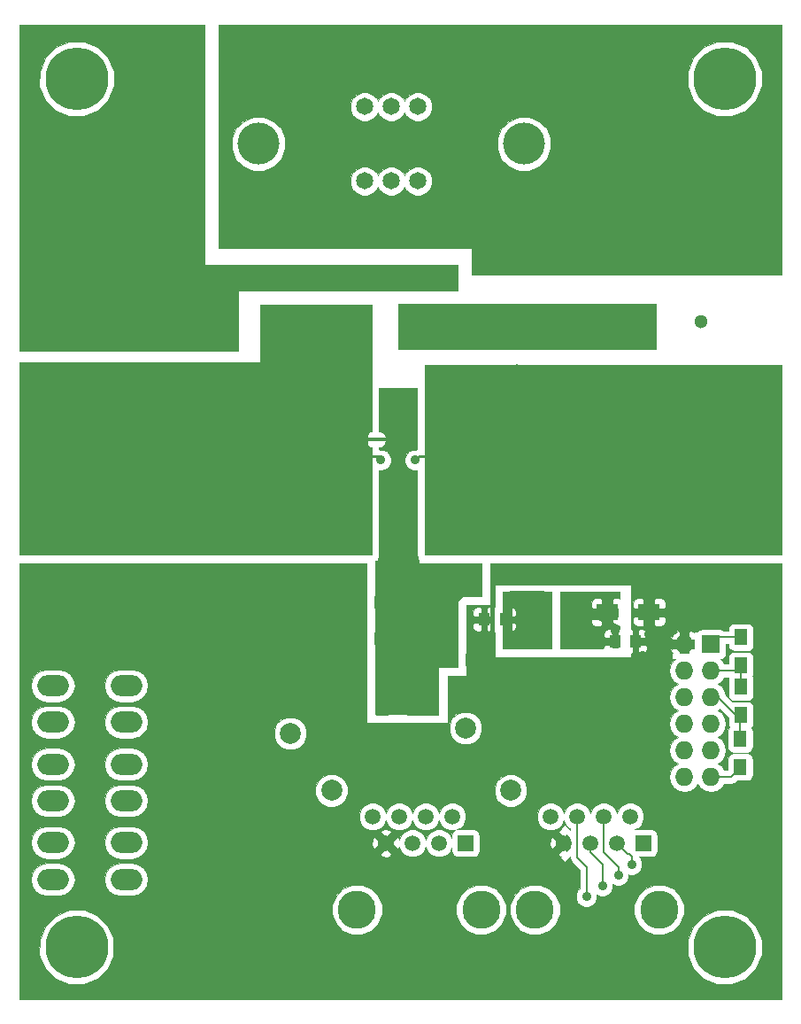
<source format=gtl>
G04 #@! TF.FileFunction,Copper,L1,Top,Signal*
%FSLAX46Y46*%
G04 Gerber Fmt 4.6, Leading zero omitted, Abs format (unit mm)*
G04 Created by KiCad (PCBNEW 4.0.2-4+6225~38~ubuntu15.04.1-stable) date Sa 02 Apr 2016 14:44:10 CEST*
%MOMM*%
G01*
G04 APERTURE LIST*
%ADD10C,0.150000*%
%ADD11C,3.000000*%
%ADD12C,4.000000*%
%ADD13R,10.800000X9.400000*%
%ADD14R,1.390000X4.600000*%
%ADD15R,1.300000X1.300000*%
%ADD16C,1.300000*%
%ADD17C,6.000000*%
%ADD18R,1.000000X1.250000*%
%ADD19C,3.649980*%
%ADD20R,1.501140X1.501140*%
%ADD21C,1.501140*%
%ADD22R,1.300000X1.500000*%
%ADD23C,1.651000*%
%ADD24R,1.727200X1.727200*%
%ADD25O,1.727200X1.727200*%
%ADD26C,2.000000*%
%ADD27R,6.000000X8.750000*%
%ADD28R,6.000000X9.000000*%
%ADD29O,3.014980X2.000000*%
%ADD30R,2.000000X1.600000*%
%ADD31R,1.500000X0.400000*%
%ADD32R,1.250000X1.000000*%
%ADD33C,0.889000*%
%ADD34C,0.254000*%
%ADD35C,0.400000*%
%ADD36C,0.762000*%
%ADD37C,0.508000*%
%ADD38C,0.200000*%
%ADD39C,0.100000*%
G04 APERTURE END LIST*
D10*
D11*
X27500000Y-30500000D03*
X15501220Y-30497040D03*
X48641000Y-35749000D03*
X48643960Y-23750220D03*
D12*
X23900000Y-13210000D03*
X49300000Y-13210000D03*
D13*
X51840000Y-67655000D03*
D14*
X49300000Y-58505000D03*
X54380000Y-58505000D03*
D15*
X61200000Y-30200000D03*
D16*
X66200000Y-30200000D03*
D17*
X68500000Y-90000000D03*
D18*
X47482000Y-58674000D03*
X45482000Y-58674000D03*
D19*
X50345480Y-86396000D03*
X62214900Y-86396000D03*
D20*
X60729000Y-80046000D03*
D21*
X59459000Y-77506000D03*
X58189000Y-80046000D03*
X56919000Y-77506000D03*
X55649000Y-80046000D03*
X54379000Y-77506000D03*
X53109000Y-80046000D03*
X51839000Y-77506000D03*
D19*
X33327480Y-86396000D03*
X45196900Y-86396000D03*
D20*
X43711000Y-80046000D03*
D21*
X42441000Y-77506000D03*
X41171000Y-80046000D03*
X39901000Y-77506000D03*
X38631000Y-80046000D03*
X37361000Y-77506000D03*
X36091000Y-80046000D03*
X34821000Y-77506000D03*
D17*
X6500000Y-7000000D03*
X68500000Y-7000000D03*
X6500000Y-90000000D03*
D22*
X70040000Y-60365000D03*
X70040000Y-63065000D03*
X70040000Y-65115000D03*
X70040000Y-67815000D03*
X69990000Y-70065000D03*
X69990000Y-72765000D03*
D23*
X41680000Y-16766000D03*
X31520000Y-16766000D03*
X36600000Y-16766000D03*
X34060000Y-16766000D03*
X39140000Y-16766000D03*
X31520000Y-9654000D03*
X41680000Y-9654000D03*
X36600000Y-9654000D03*
X39140000Y-9654000D03*
X34060000Y-9654000D03*
D24*
X67190000Y-61015000D03*
D25*
X64650000Y-61015000D03*
X67190000Y-63555000D03*
X64650000Y-63555000D03*
X67190000Y-66095000D03*
X64650000Y-66095000D03*
X67190000Y-68635000D03*
X64650000Y-68635000D03*
X67190000Y-71175000D03*
X64650000Y-71175000D03*
X67190000Y-73715000D03*
X64650000Y-73715000D03*
D26*
X9270000Y-23690000D03*
X6730000Y-23690000D03*
X4190000Y-23690000D03*
X4190000Y-26230000D03*
X4190000Y-28770000D03*
X9270000Y-31310000D03*
X6730000Y-31310000D03*
X4190000Y-31310000D03*
X11810000Y-31310000D03*
X11810000Y-23690000D03*
X11810000Y-26230000D03*
X9270000Y-26230000D03*
X6730000Y-26230000D03*
X11810000Y-28770000D03*
X9270000Y-28770000D03*
X6730000Y-28770000D03*
X9270000Y-39190000D03*
X6730000Y-39190000D03*
X4190000Y-39190000D03*
X4190000Y-41730000D03*
X4190000Y-44270000D03*
X9270000Y-46810000D03*
X6730000Y-46810000D03*
X4190000Y-46810000D03*
X11810000Y-46810000D03*
X11810000Y-39190000D03*
X11810000Y-41730000D03*
X9270000Y-41730000D03*
X6730000Y-41730000D03*
X11810000Y-44270000D03*
X9270000Y-44270000D03*
X6730000Y-44270000D03*
X9270000Y-12690000D03*
X6730000Y-12690000D03*
X4190000Y-12690000D03*
X4190000Y-15230000D03*
X4190000Y-17770000D03*
X9270000Y-20310000D03*
X6730000Y-20310000D03*
X4190000Y-20310000D03*
X11810000Y-20310000D03*
X11810000Y-12690000D03*
X11810000Y-15230000D03*
X9270000Y-15230000D03*
X6730000Y-15230000D03*
X11810000Y-17770000D03*
X9270000Y-17770000D03*
X6730000Y-17770000D03*
X65730000Y-20810000D03*
X68270000Y-20810000D03*
X70810000Y-20810000D03*
X70810000Y-18270000D03*
X70810000Y-15730000D03*
X65730000Y-13190000D03*
X68270000Y-13190000D03*
X70810000Y-13190000D03*
X63190000Y-13190000D03*
X63190000Y-20810000D03*
X63190000Y-18270000D03*
X65730000Y-18270000D03*
X68270000Y-18270000D03*
X63190000Y-15730000D03*
X65730000Y-15730000D03*
X68270000Y-15730000D03*
X65730000Y-46810000D03*
X68270000Y-46810000D03*
X70810000Y-46810000D03*
X70810000Y-44270000D03*
X70810000Y-41730000D03*
X65730000Y-39190000D03*
X68270000Y-39190000D03*
X70810000Y-39190000D03*
X63190000Y-39190000D03*
X63190000Y-46810000D03*
X63190000Y-44270000D03*
X65730000Y-44270000D03*
X68270000Y-44270000D03*
X63190000Y-41730000D03*
X65730000Y-41730000D03*
X68270000Y-41730000D03*
D27*
X43035000Y-43055000D03*
D28*
X31435000Y-43055000D03*
D18*
X58000000Y-60750000D03*
X60000000Y-60750000D03*
D29*
X4250000Y-72500000D03*
X4250000Y-76000000D03*
X11250000Y-76000000D03*
X11250000Y-72500000D03*
X4250000Y-65000000D03*
X4250000Y-68500000D03*
X11250000Y-68500000D03*
X11250000Y-65000000D03*
X4250000Y-80000000D03*
X4250000Y-83500000D03*
X11250000Y-83500000D03*
X11250000Y-80000000D03*
D30*
X57250000Y-58000000D03*
X61250000Y-58000000D03*
D18*
X44250000Y-62500000D03*
X42250000Y-62500000D03*
D31*
X35545500Y-41457500D03*
X34745500Y-41457500D03*
D18*
X33500000Y-57000000D03*
X35500000Y-57000000D03*
X33500000Y-60500000D03*
X35500000Y-60500000D03*
X33828000Y-64000000D03*
X35828000Y-64000000D03*
X46750000Y-54221000D03*
X44750000Y-54221000D03*
D32*
X38384000Y-69191000D03*
X38384000Y-67191000D03*
X35717000Y-69318000D03*
X35717000Y-67318000D03*
D18*
X42500000Y-65500000D03*
X40500000Y-65500000D03*
D11*
X31500000Y-30500000D03*
X43498780Y-30502960D03*
D33*
X47750000Y-60500000D03*
X47750000Y-57000000D03*
D26*
X26948000Y-69554000D03*
X43712000Y-69046000D03*
D33*
X51250000Y-60750000D03*
X51250000Y-59500000D03*
X51250000Y-58250000D03*
X51250000Y-57000000D03*
X59586000Y-82078000D03*
X58316000Y-83094000D03*
X56792000Y-84110000D03*
X55268000Y-85126000D03*
X53467000Y-56896000D03*
X53467000Y-60833000D03*
D26*
X30885000Y-75015000D03*
X48030000Y-75015000D03*
D33*
X58000000Y-61000000D03*
X56250000Y-59750000D03*
X56250000Y-61000000D03*
X58000000Y-59750000D03*
X35584000Y-43436000D03*
X13589000Y-56959500D03*
X17081500Y-57023000D03*
X16065500Y-54546500D03*
X22636000Y-66750000D03*
X24000000Y-70250000D03*
X17250000Y-94250000D03*
X2000000Y-78000000D03*
X9750000Y-60750000D03*
X1750000Y-54000000D03*
X2000000Y-63250000D03*
X2500000Y-94000000D03*
X9750000Y-94000000D03*
X18500000Y-75750000D03*
X20000000Y-71750000D03*
X7750000Y-78000000D03*
X50000000Y-73530000D03*
X43750000Y-75360000D03*
X45640000Y-75310000D03*
X45750000Y-61333000D03*
X44226000Y-64508000D03*
X44250000Y-60250000D03*
X45750000Y-60250000D03*
X51500000Y-73500000D03*
X31000000Y-89000000D03*
X59500000Y-89000000D03*
X31000000Y-80500000D03*
X46000000Y-79500000D03*
X65308000Y-56126000D03*
X67848000Y-56126000D03*
X67848000Y-54602000D03*
X65308000Y-54602000D03*
X30891000Y-56761000D03*
X38886000Y-43436000D03*
X27813000Y-57213500D03*
X29321280Y-62567440D03*
X5145560Y-54287040D03*
X24932160Y-90421080D03*
X2392200Y-61968000D03*
X6512080Y-57995440D03*
X58958000Y-85209000D03*
X60482000Y-83685000D03*
X47909000Y-54348000D03*
X34885500Y-70570000D03*
X59681900Y-64438600D03*
X60621700Y-62152600D03*
X61269400Y-60082500D03*
X58450000Y-70985000D03*
X59161200Y-69975800D03*
X59770800Y-68591500D03*
X16921000Y-65988000D03*
X35647500Y-75142000D03*
X31012000Y-69046000D03*
X37846000Y-25908000D03*
X39116000Y-25908000D03*
X40386000Y-25908000D03*
X41656000Y-25908000D03*
X35500000Y-58250000D03*
X40500000Y-67000000D03*
X41656000Y-55626000D03*
X43878500Y-55816500D03*
X37465000Y-60833000D03*
X37235000Y-41404000D03*
X36195000Y-40251000D03*
X36195000Y-38981000D03*
X36195000Y-37711000D03*
X38227000Y-37711000D03*
X38227000Y-38981000D03*
X38227000Y-40251000D03*
X37235000Y-46230000D03*
X38892000Y-64000000D03*
X37114000Y-67048000D03*
D34*
X47250000Y-58750000D02*
X49055000Y-58750000D01*
X49055000Y-58750000D02*
X49300000Y-58505000D01*
D35*
X47750000Y-57000000D02*
X47750000Y-56412000D01*
D36*
X47750000Y-60500000D02*
X47750000Y-57000000D01*
D35*
X51250000Y-56292000D02*
X51250000Y-57000000D01*
X51084000Y-56126000D02*
X51250000Y-56292000D01*
X48036000Y-56126000D02*
X51084000Y-56126000D01*
X47750000Y-56412000D02*
X48036000Y-56126000D01*
D37*
X49300000Y-58505000D02*
X50495000Y-58505000D01*
X51250000Y-58250000D02*
X51250000Y-59500000D01*
X51250000Y-57750000D02*
X51250000Y-57000000D01*
X50495000Y-58505000D02*
X51250000Y-57750000D01*
D38*
X59205000Y-81062000D02*
X58189000Y-80046000D01*
X59332000Y-81062000D02*
X59205000Y-81062000D01*
X59586000Y-81316000D02*
X59332000Y-81062000D01*
X59586000Y-82078000D02*
X59586000Y-81316000D01*
X56919000Y-77506000D02*
X56919000Y-80935000D01*
X58316000Y-82332000D02*
X58316000Y-83094000D01*
X56919000Y-80935000D02*
X58316000Y-82332000D01*
X55649000Y-80935000D02*
X55649000Y-80046000D01*
X56792000Y-82078000D02*
X55649000Y-80935000D01*
X56792000Y-84110000D02*
X56792000Y-82078000D01*
X54379000Y-77506000D02*
X54379000Y-81443000D01*
X55268000Y-82332000D02*
X55268000Y-85126000D01*
X54379000Y-81443000D02*
X55268000Y-82332000D01*
X67190000Y-61015000D02*
X67240000Y-61015000D01*
X67240000Y-61015000D02*
X67890000Y-60365000D01*
X67890000Y-60365000D02*
X70040000Y-60365000D01*
X70040000Y-63065000D02*
X70040000Y-65115000D01*
X67190000Y-63555000D02*
X69550000Y-63555000D01*
X69550000Y-63555000D02*
X70040000Y-63065000D01*
X69990000Y-70065000D02*
X69990000Y-67865000D01*
X69990000Y-67865000D02*
X70040000Y-67815000D01*
X67190000Y-66095000D02*
X67820000Y-66095000D01*
X67820000Y-66095000D02*
X69540000Y-67815000D01*
X69540000Y-67815000D02*
X70040000Y-67815000D01*
X69990000Y-72765000D02*
X69990000Y-72865000D01*
X69990000Y-72865000D02*
X69140000Y-73715000D01*
X69140000Y-73715000D02*
X67190000Y-73715000D01*
X56250000Y-59750000D02*
X54550000Y-59750000D01*
X54550000Y-59750000D02*
X53467000Y-60833000D01*
X53467000Y-56896000D02*
X54380000Y-57809000D01*
X54380000Y-57809000D02*
X54380000Y-58505000D01*
D37*
X57250000Y-58000000D02*
X57750000Y-59500000D01*
X58250000Y-59500000D02*
X56505000Y-58505000D01*
X57750000Y-60750000D02*
X58250000Y-59500000D01*
X58000000Y-61000000D02*
X57750000Y-60750000D01*
X56250000Y-61000000D02*
X56250000Y-59750000D01*
X57750000Y-59500000D02*
X58000000Y-59750000D01*
X56505000Y-58505000D02*
X54380000Y-58505000D01*
D38*
X34144900Y-43055000D02*
X31435000Y-43055000D01*
D34*
X32705000Y-41785000D02*
X31435000Y-43055000D01*
X35203000Y-43055000D02*
X31435000Y-43055000D01*
X35584000Y-43436000D02*
X35203000Y-43055000D01*
X33975000Y-45595000D02*
X31435000Y-43055000D01*
D35*
X46750000Y-54221000D02*
X46750000Y-54364000D01*
X46750000Y-54364000D02*
X46228000Y-54886000D01*
X46228000Y-54886000D02*
X46228000Y-59772000D01*
X46228000Y-59772000D02*
X45750000Y-60250000D01*
D38*
X17081500Y-55562500D02*
X17081500Y-57023000D01*
X16065500Y-54546500D02*
X17081500Y-55562500D01*
D35*
X23525000Y-67639000D02*
X22636000Y-66750000D01*
X24000000Y-70250000D02*
X23525000Y-67639000D01*
D37*
X7750000Y-78000000D02*
X2000000Y-78000000D01*
X2000000Y-63250000D02*
X2000000Y-54250000D01*
X2000000Y-54250000D02*
X1750000Y-54000000D01*
X7750000Y-78000000D02*
X7750000Y-84750000D01*
X2000000Y-93500000D02*
X2000000Y-63250000D01*
X2500000Y-94000000D02*
X2000000Y-93500000D01*
X10250000Y-93500000D02*
X9750000Y-94000000D01*
X10250000Y-87250000D02*
X10250000Y-93500000D01*
X7750000Y-84750000D02*
X10250000Y-87250000D01*
X18500000Y-75750000D02*
X18500000Y-77000000D01*
X20000000Y-73250000D02*
X20500000Y-73750000D01*
X20500000Y-73750000D02*
X18500000Y-75750000D01*
X20000000Y-71750000D02*
X20000000Y-73250000D01*
X17500000Y-78000000D02*
X7750000Y-78000000D01*
X18500000Y-77000000D02*
X17500000Y-78000000D01*
D34*
X50000000Y-73300000D02*
X50000000Y-73530000D01*
X50000000Y-77500000D02*
X50000000Y-73300000D01*
X50000000Y-73300000D02*
X50000000Y-73250000D01*
X49500000Y-78000000D02*
X50000000Y-77500000D01*
X46000000Y-78000000D02*
X49500000Y-78000000D01*
X46000000Y-76000000D02*
X46000000Y-78000000D01*
X45640000Y-75310000D02*
X46000000Y-76000000D01*
D38*
X44226000Y-65905000D02*
X45976000Y-67655000D01*
X51840000Y-67655000D02*
X45976000Y-67655000D01*
X45750000Y-60250000D02*
X44250000Y-60250000D01*
X44226000Y-64508000D02*
X44226000Y-65905000D01*
D37*
X51250000Y-73250000D02*
X51500000Y-73500000D01*
X50000000Y-73250000D02*
X51250000Y-73250000D01*
X58958000Y-85209000D02*
X58958000Y-88458000D01*
X58958000Y-88458000D02*
X59500000Y-89000000D01*
D34*
X43750000Y-75610000D02*
X43750000Y-75360000D01*
X44750000Y-75250000D02*
X43750000Y-75610000D01*
X44750000Y-78250000D02*
X44750000Y-75250000D01*
X46000000Y-79500000D02*
X44750000Y-78250000D01*
D36*
X67848000Y-56126000D02*
X65308000Y-56126000D01*
X65308000Y-54602000D02*
X67848000Y-54602000D01*
D35*
X33828000Y-56888000D02*
X31018000Y-56888000D01*
X31018000Y-56888000D02*
X30891000Y-56761000D01*
X46750000Y-54094000D02*
X46750000Y-54364000D01*
X46750000Y-54364000D02*
X46258000Y-54856000D01*
X46258000Y-54856000D02*
X46258000Y-56126000D01*
D34*
X39267000Y-43055000D02*
X43035000Y-43055000D01*
X38886000Y-43436000D02*
X39267000Y-43055000D01*
D38*
X28112720Y-56913780D02*
X30891000Y-56761000D01*
X27813000Y-57213500D02*
X28112720Y-56913780D01*
D37*
X6512080Y-57995440D02*
X6512080Y-55653560D01*
X6512080Y-55653560D02*
X5145560Y-54287040D01*
D35*
X6512080Y-57995440D02*
X6364760Y-57995440D01*
X6364760Y-57995440D02*
X2392200Y-61968000D01*
X58958000Y-85209000D02*
X60482000Y-83685000D01*
D37*
X46373000Y-67655000D02*
X51840000Y-67655000D01*
X45553500Y-68474500D02*
X46373000Y-67655000D01*
X45553500Y-70697000D02*
X45553500Y-68474500D01*
X44410500Y-71840000D02*
X45553500Y-70697000D01*
D38*
X39965500Y-70570000D02*
X41299000Y-69236500D01*
X34885500Y-70570000D02*
X39965500Y-70570000D01*
X61250000Y-58000000D02*
X61250000Y-60063100D01*
X59681900Y-63092400D02*
X59681900Y-64438600D01*
X60621700Y-62152600D02*
X59681900Y-63092400D01*
X61250000Y-60063100D02*
X61269400Y-60082500D01*
X59161200Y-69201100D02*
X59161200Y-69975800D01*
X59770800Y-68591500D02*
X59161200Y-69201100D01*
X31012000Y-69046000D02*
X31520000Y-69554000D01*
X39116000Y-25908000D02*
X37846000Y-25908000D01*
X41656000Y-25908000D02*
X40386000Y-25908000D01*
X61200000Y-30200000D02*
X43801740Y-30200000D01*
X43801740Y-30200000D02*
X43498780Y-30502960D01*
X35500000Y-57000000D02*
X35500000Y-58250000D01*
X40640000Y-56642000D02*
X40640000Y-57000000D01*
X41656000Y-55626000D02*
X40640000Y-56642000D01*
X42037000Y-58166000D02*
X42037000Y-57277000D01*
X43497500Y-55816500D02*
X43878500Y-55816500D01*
X42037000Y-57277000D02*
X43497500Y-55816500D01*
D34*
X42695000Y-57000000D02*
X40640000Y-57000000D01*
X43878500Y-55816500D02*
X42695000Y-57000000D01*
X40640000Y-57000000D02*
X35500000Y-57000000D01*
D35*
X37225000Y-41394000D02*
X37211000Y-41394000D01*
X37235000Y-41404000D02*
X37225000Y-41394000D01*
D34*
X37465000Y-60833000D02*
X37368000Y-61206000D01*
X37368000Y-61206000D02*
X38892000Y-62730000D01*
X38892000Y-62730000D02*
X38892000Y-64000000D01*
D38*
X37211000Y-60579000D02*
X35828000Y-60444000D01*
X37465000Y-60833000D02*
X37211000Y-60579000D01*
X40138000Y-62500000D02*
X42250000Y-62500000D01*
X38892000Y-64000000D02*
X39400000Y-63492000D01*
X39400000Y-63492000D02*
X39400000Y-63238000D01*
X39400000Y-63238000D02*
X40138000Y-62500000D01*
X40900000Y-62500000D02*
X42250000Y-62500000D01*
D34*
X36195000Y-40251000D02*
X36195000Y-38981000D01*
X36195000Y-37711000D02*
X38227000Y-37711000D01*
X38227000Y-38981000D02*
X38227000Y-40251000D01*
X36346000Y-41531000D02*
X36092000Y-41531000D01*
X37235000Y-42420000D02*
X36346000Y-41531000D01*
X37235000Y-46230000D02*
X37235000Y-42420000D01*
X36092000Y-41531000D02*
X35965000Y-41404000D01*
X38892000Y-64000000D02*
X38892000Y-62608000D01*
X38892000Y-62608000D02*
X39000000Y-62500000D01*
D39*
G36*
X73950000Y-25700000D02*
X44300000Y-25700000D01*
X44300000Y-23250000D01*
X44296061Y-23230547D01*
X44284864Y-23214160D01*
X44268173Y-23203419D01*
X44250000Y-23200000D01*
X20050000Y-23200000D01*
X20050000Y-17039988D01*
X32676261Y-17039988D01*
X32886442Y-17548666D01*
X33275287Y-17938190D01*
X33783598Y-18149259D01*
X34333988Y-18149739D01*
X34842666Y-17939558D01*
X35232190Y-17550713D01*
X35329980Y-17315209D01*
X35426442Y-17548666D01*
X35815287Y-17938190D01*
X36323598Y-18149259D01*
X36873988Y-18149739D01*
X37382666Y-17939558D01*
X37772190Y-17550713D01*
X37869980Y-17315209D01*
X37966442Y-17548666D01*
X38355287Y-17938190D01*
X38863598Y-18149259D01*
X39413988Y-18149739D01*
X39922666Y-17939558D01*
X40312190Y-17550713D01*
X40523259Y-17042402D01*
X40523739Y-16492012D01*
X40313558Y-15983334D01*
X39924713Y-15593810D01*
X39416402Y-15382741D01*
X38866012Y-15382261D01*
X38357334Y-15592442D01*
X37967810Y-15981287D01*
X37870020Y-16216791D01*
X37773558Y-15983334D01*
X37384713Y-15593810D01*
X36876402Y-15382741D01*
X36326012Y-15382261D01*
X35817334Y-15592442D01*
X35427810Y-15981287D01*
X35330020Y-16216791D01*
X35233558Y-15983334D01*
X34844713Y-15593810D01*
X34336402Y-15382741D01*
X33786012Y-15382261D01*
X33277334Y-15592442D01*
X32887810Y-15981287D01*
X32676741Y-16489598D01*
X32676261Y-17039988D01*
X20050000Y-17039988D01*
X20050000Y-13716585D01*
X21341557Y-13716585D01*
X21730169Y-14657098D01*
X22449118Y-15377302D01*
X23388950Y-15767555D01*
X24406585Y-15768443D01*
X25347098Y-15379831D01*
X26067302Y-14660882D01*
X26457555Y-13721050D01*
X26457558Y-13716585D01*
X46741557Y-13716585D01*
X47130169Y-14657098D01*
X47849118Y-15377302D01*
X48788950Y-15767555D01*
X49806585Y-15768443D01*
X50747098Y-15379831D01*
X51467302Y-14660882D01*
X51857555Y-13721050D01*
X51858443Y-12703415D01*
X51469831Y-11762902D01*
X50750882Y-11042698D01*
X49811050Y-10652445D01*
X48793415Y-10651557D01*
X47852902Y-11040169D01*
X47132698Y-11759118D01*
X46742445Y-12698950D01*
X46741557Y-13716585D01*
X26457558Y-13716585D01*
X26458443Y-12703415D01*
X26069831Y-11762902D01*
X25350882Y-11042698D01*
X24411050Y-10652445D01*
X23393415Y-10651557D01*
X22452902Y-11040169D01*
X21732698Y-11759118D01*
X21342445Y-12698950D01*
X21341557Y-13716585D01*
X20050000Y-13716585D01*
X20050000Y-9927988D01*
X32676261Y-9927988D01*
X32886442Y-10436666D01*
X33275287Y-10826190D01*
X33783598Y-11037259D01*
X34333988Y-11037739D01*
X34842666Y-10827558D01*
X35232190Y-10438713D01*
X35329980Y-10203209D01*
X35426442Y-10436666D01*
X35815287Y-10826190D01*
X36323598Y-11037259D01*
X36873988Y-11037739D01*
X37382666Y-10827558D01*
X37772190Y-10438713D01*
X37869980Y-10203209D01*
X37966442Y-10436666D01*
X38355287Y-10826190D01*
X38863598Y-11037259D01*
X39413988Y-11037739D01*
X39922666Y-10827558D01*
X40312190Y-10438713D01*
X40523259Y-9930402D01*
X40523739Y-9380012D01*
X40313558Y-8871334D01*
X39924713Y-8481810D01*
X39416402Y-8270741D01*
X38866012Y-8270261D01*
X38357334Y-8480442D01*
X37967810Y-8869287D01*
X37870020Y-9104791D01*
X37773558Y-8871334D01*
X37384713Y-8481810D01*
X36876402Y-8270741D01*
X36326012Y-8270261D01*
X35817334Y-8480442D01*
X35427810Y-8869287D01*
X35330020Y-9104791D01*
X35233558Y-8871334D01*
X34844713Y-8481810D01*
X34336402Y-8270741D01*
X33786012Y-8270261D01*
X33277334Y-8480442D01*
X32887810Y-8869287D01*
X32676741Y-9377598D01*
X32676261Y-9927988D01*
X20050000Y-9927988D01*
X20050000Y-7704625D01*
X64941384Y-7704625D01*
X65481916Y-9012812D01*
X66481924Y-10014567D01*
X67789165Y-10557381D01*
X69204625Y-10558616D01*
X70512812Y-10018084D01*
X71514567Y-9018076D01*
X72057381Y-7710835D01*
X72058616Y-6295375D01*
X71518084Y-4987188D01*
X70518076Y-3985433D01*
X69210835Y-3442619D01*
X67795375Y-3441384D01*
X66487188Y-3981916D01*
X65485433Y-4981924D01*
X64942619Y-6289165D01*
X64941384Y-7704625D01*
X20050000Y-7704625D01*
X20050000Y-1800000D01*
X73950000Y-1800000D01*
X73950000Y-25700000D01*
X73950000Y-25700000D01*
G37*
X73950000Y-25700000D02*
X44300000Y-25700000D01*
X44300000Y-23250000D01*
X44296061Y-23230547D01*
X44284864Y-23214160D01*
X44268173Y-23203419D01*
X44250000Y-23200000D01*
X20050000Y-23200000D01*
X20050000Y-17039988D01*
X32676261Y-17039988D01*
X32886442Y-17548666D01*
X33275287Y-17938190D01*
X33783598Y-18149259D01*
X34333988Y-18149739D01*
X34842666Y-17939558D01*
X35232190Y-17550713D01*
X35329980Y-17315209D01*
X35426442Y-17548666D01*
X35815287Y-17938190D01*
X36323598Y-18149259D01*
X36873988Y-18149739D01*
X37382666Y-17939558D01*
X37772190Y-17550713D01*
X37869980Y-17315209D01*
X37966442Y-17548666D01*
X38355287Y-17938190D01*
X38863598Y-18149259D01*
X39413988Y-18149739D01*
X39922666Y-17939558D01*
X40312190Y-17550713D01*
X40523259Y-17042402D01*
X40523739Y-16492012D01*
X40313558Y-15983334D01*
X39924713Y-15593810D01*
X39416402Y-15382741D01*
X38866012Y-15382261D01*
X38357334Y-15592442D01*
X37967810Y-15981287D01*
X37870020Y-16216791D01*
X37773558Y-15983334D01*
X37384713Y-15593810D01*
X36876402Y-15382741D01*
X36326012Y-15382261D01*
X35817334Y-15592442D01*
X35427810Y-15981287D01*
X35330020Y-16216791D01*
X35233558Y-15983334D01*
X34844713Y-15593810D01*
X34336402Y-15382741D01*
X33786012Y-15382261D01*
X33277334Y-15592442D01*
X32887810Y-15981287D01*
X32676741Y-16489598D01*
X32676261Y-17039988D01*
X20050000Y-17039988D01*
X20050000Y-13716585D01*
X21341557Y-13716585D01*
X21730169Y-14657098D01*
X22449118Y-15377302D01*
X23388950Y-15767555D01*
X24406585Y-15768443D01*
X25347098Y-15379831D01*
X26067302Y-14660882D01*
X26457555Y-13721050D01*
X26457558Y-13716585D01*
X46741557Y-13716585D01*
X47130169Y-14657098D01*
X47849118Y-15377302D01*
X48788950Y-15767555D01*
X49806585Y-15768443D01*
X50747098Y-15379831D01*
X51467302Y-14660882D01*
X51857555Y-13721050D01*
X51858443Y-12703415D01*
X51469831Y-11762902D01*
X50750882Y-11042698D01*
X49811050Y-10652445D01*
X48793415Y-10651557D01*
X47852902Y-11040169D01*
X47132698Y-11759118D01*
X46742445Y-12698950D01*
X46741557Y-13716585D01*
X26457558Y-13716585D01*
X26458443Y-12703415D01*
X26069831Y-11762902D01*
X25350882Y-11042698D01*
X24411050Y-10652445D01*
X23393415Y-10651557D01*
X22452902Y-11040169D01*
X21732698Y-11759118D01*
X21342445Y-12698950D01*
X21341557Y-13716585D01*
X20050000Y-13716585D01*
X20050000Y-9927988D01*
X32676261Y-9927988D01*
X32886442Y-10436666D01*
X33275287Y-10826190D01*
X33783598Y-11037259D01*
X34333988Y-11037739D01*
X34842666Y-10827558D01*
X35232190Y-10438713D01*
X35329980Y-10203209D01*
X35426442Y-10436666D01*
X35815287Y-10826190D01*
X36323598Y-11037259D01*
X36873988Y-11037739D01*
X37382666Y-10827558D01*
X37772190Y-10438713D01*
X37869980Y-10203209D01*
X37966442Y-10436666D01*
X38355287Y-10826190D01*
X38863598Y-11037259D01*
X39413988Y-11037739D01*
X39922666Y-10827558D01*
X40312190Y-10438713D01*
X40523259Y-9930402D01*
X40523739Y-9380012D01*
X40313558Y-8871334D01*
X39924713Y-8481810D01*
X39416402Y-8270741D01*
X38866012Y-8270261D01*
X38357334Y-8480442D01*
X37967810Y-8869287D01*
X37870020Y-9104791D01*
X37773558Y-8871334D01*
X37384713Y-8481810D01*
X36876402Y-8270741D01*
X36326012Y-8270261D01*
X35817334Y-8480442D01*
X35427810Y-8869287D01*
X35330020Y-9104791D01*
X35233558Y-8871334D01*
X34844713Y-8481810D01*
X34336402Y-8270741D01*
X33786012Y-8270261D01*
X33277334Y-8480442D01*
X32887810Y-8869287D01*
X32676741Y-9377598D01*
X32676261Y-9927988D01*
X20050000Y-9927988D01*
X20050000Y-7704625D01*
X64941384Y-7704625D01*
X65481916Y-9012812D01*
X66481924Y-10014567D01*
X67789165Y-10557381D01*
X69204625Y-10558616D01*
X70512812Y-10018084D01*
X71514567Y-9018076D01*
X72057381Y-7710835D01*
X72058616Y-6295375D01*
X71518084Y-4987188D01*
X70518076Y-3985433D01*
X69210835Y-3442619D01*
X67795375Y-3441384D01*
X66487188Y-3981916D01*
X65485433Y-4981924D01*
X64942619Y-6289165D01*
X64941384Y-7704625D01*
X20050000Y-7704625D01*
X20050000Y-1800000D01*
X73950000Y-1800000D01*
X73950000Y-25700000D01*
G36*
X73950000Y-52450000D02*
X39800000Y-52450000D01*
X39800000Y-34300000D01*
X73950000Y-34300000D01*
X73950000Y-52450000D01*
X73950000Y-52450000D01*
G37*
X73950000Y-52450000D02*
X39800000Y-52450000D01*
X39800000Y-34300000D01*
X73950000Y-34300000D01*
X73950000Y-52450000D01*
G36*
X34700000Y-40706539D02*
X34588718Y-40727478D01*
X34398801Y-40849686D01*
X34271393Y-41036154D01*
X34226569Y-41257500D01*
X34226569Y-41657500D01*
X34265478Y-41864282D01*
X34387686Y-42054199D01*
X34574154Y-42181607D01*
X34700000Y-42207092D01*
X34700000Y-52450000D01*
X1050000Y-52450000D01*
X1050000Y-34050000D01*
X24000000Y-34050000D01*
X24019453Y-34046061D01*
X24035840Y-34034864D01*
X24046581Y-34018173D01*
X24050000Y-34000000D01*
X24050000Y-28550000D01*
X34700000Y-28550000D01*
X34700000Y-40706539D01*
X34700000Y-40706539D01*
G37*
X34700000Y-40706539D02*
X34588718Y-40727478D01*
X34398801Y-40849686D01*
X34271393Y-41036154D01*
X34226569Y-41257500D01*
X34226569Y-41657500D01*
X34265478Y-41864282D01*
X34387686Y-42054199D01*
X34574154Y-42181607D01*
X34700000Y-42207092D01*
X34700000Y-52450000D01*
X1050000Y-52450000D01*
X1050000Y-34050000D01*
X24000000Y-34050000D01*
X24019453Y-34046061D01*
X24035840Y-34034864D01*
X24046581Y-34018173D01*
X24050000Y-34000000D01*
X24050000Y-28550000D01*
X34700000Y-28550000D01*
X34700000Y-40706539D01*
G36*
X39090000Y-42405208D02*
X39004862Y-42422143D01*
X38987732Y-42433589D01*
X38687465Y-42433326D01*
X38318871Y-42585626D01*
X38036618Y-42867388D01*
X37883675Y-43235716D01*
X37883326Y-43634535D01*
X38035626Y-44003129D01*
X38317388Y-44285382D01*
X38685716Y-44438325D01*
X39084535Y-44438674D01*
X39090000Y-44436416D01*
X39090000Y-52570000D01*
X39093939Y-52589453D01*
X39099679Y-52597853D01*
X39200575Y-53257559D01*
X39207410Y-53276193D01*
X39220956Y-53290699D01*
X39239078Y-53298793D01*
X39250000Y-53300000D01*
X45200000Y-53300000D01*
X45200000Y-56450000D01*
X43000000Y-56450000D01*
X42980547Y-56453939D01*
X42964160Y-56465136D01*
X42953419Y-56481827D01*
X42950001Y-56499674D01*
X42906325Y-63188000D01*
X41162000Y-63188000D01*
X41142547Y-63191939D01*
X41126160Y-63203136D01*
X41115419Y-63219827D01*
X41112000Y-63238000D01*
X41112000Y-67759510D01*
X35050000Y-67700484D01*
X35050000Y-53050000D01*
X35250000Y-53050000D01*
X35269453Y-53046061D01*
X35285840Y-53034864D01*
X35298984Y-53010030D01*
X35384984Y-52590030D01*
X35385027Y-52570182D01*
X35380000Y-52558208D01*
X35380000Y-44436782D01*
X35383716Y-44438325D01*
X35782535Y-44438674D01*
X36151129Y-44286374D01*
X36433382Y-44004612D01*
X36586325Y-43636284D01*
X36586674Y-43237465D01*
X36434374Y-42868871D01*
X36152612Y-42586618D01*
X35784284Y-42433675D01*
X35482001Y-42433410D01*
X35465138Y-42422143D01*
X35380000Y-42405208D01*
X35380000Y-42226431D01*
X35495500Y-42226431D01*
X35702282Y-42187522D01*
X35892199Y-42065314D01*
X36019607Y-41878846D01*
X36064431Y-41657500D01*
X36064431Y-41257500D01*
X36025522Y-41050718D01*
X35903314Y-40860801D01*
X35716846Y-40733393D01*
X35495500Y-40688569D01*
X35380000Y-40688569D01*
X35380000Y-36501000D01*
X39090000Y-36501000D01*
X39090000Y-42405208D01*
X39090000Y-42405208D01*
G37*
X39090000Y-42405208D02*
X39004862Y-42422143D01*
X38987732Y-42433589D01*
X38687465Y-42433326D01*
X38318871Y-42585626D01*
X38036618Y-42867388D01*
X37883675Y-43235716D01*
X37883326Y-43634535D01*
X38035626Y-44003129D01*
X38317388Y-44285382D01*
X38685716Y-44438325D01*
X39084535Y-44438674D01*
X39090000Y-44436416D01*
X39090000Y-52570000D01*
X39093939Y-52589453D01*
X39099679Y-52597853D01*
X39200575Y-53257559D01*
X39207410Y-53276193D01*
X39220956Y-53290699D01*
X39239078Y-53298793D01*
X39250000Y-53300000D01*
X45200000Y-53300000D01*
X45200000Y-56450000D01*
X43000000Y-56450000D01*
X42980547Y-56453939D01*
X42964160Y-56465136D01*
X42953419Y-56481827D01*
X42950001Y-56499674D01*
X42906325Y-63188000D01*
X41162000Y-63188000D01*
X41142547Y-63191939D01*
X41126160Y-63203136D01*
X41115419Y-63219827D01*
X41112000Y-63238000D01*
X41112000Y-67759510D01*
X35050000Y-67700484D01*
X35050000Y-53050000D01*
X35250000Y-53050000D01*
X35269453Y-53046061D01*
X35285840Y-53034864D01*
X35298984Y-53010030D01*
X35384984Y-52590030D01*
X35385027Y-52570182D01*
X35380000Y-52558208D01*
X35380000Y-44436782D01*
X35383716Y-44438325D01*
X35782535Y-44438674D01*
X36151129Y-44286374D01*
X36433382Y-44004612D01*
X36586325Y-43636284D01*
X36586674Y-43237465D01*
X36434374Y-42868871D01*
X36152612Y-42586618D01*
X35784284Y-42433675D01*
X35482001Y-42433410D01*
X35465138Y-42422143D01*
X35380000Y-42405208D01*
X35380000Y-42226431D01*
X35495500Y-42226431D01*
X35702282Y-42187522D01*
X35892199Y-42065314D01*
X36019607Y-41878846D01*
X36064431Y-41657500D01*
X36064431Y-41257500D01*
X36025522Y-41050718D01*
X35903314Y-40860801D01*
X35716846Y-40733393D01*
X35495500Y-40688569D01*
X35380000Y-40688569D01*
X35380000Y-36501000D01*
X39090000Y-36501000D01*
X39090000Y-42405208D01*
G36*
X18700000Y-24750000D02*
X18703939Y-24769453D01*
X18715136Y-24785840D01*
X18731827Y-24796581D01*
X18750000Y-24800000D01*
X42950000Y-24800000D01*
X42950000Y-27200000D01*
X22000000Y-27200000D01*
X21980547Y-27203939D01*
X21964160Y-27215136D01*
X21953419Y-27231827D01*
X21950000Y-27250000D01*
X21950000Y-32950000D01*
X1050000Y-32950000D01*
X1050000Y-7704625D01*
X2941384Y-7704625D01*
X3481916Y-9012812D01*
X4481924Y-10014567D01*
X5789165Y-10557381D01*
X7204625Y-10558616D01*
X8512812Y-10018084D01*
X9514567Y-9018076D01*
X10057381Y-7710835D01*
X10058616Y-6295375D01*
X9518084Y-4987188D01*
X8518076Y-3985433D01*
X7210835Y-3442619D01*
X5795375Y-3441384D01*
X4487188Y-3981916D01*
X3485433Y-4981924D01*
X2942619Y-6289165D01*
X2941384Y-7704625D01*
X1050000Y-7704625D01*
X1050000Y-1800000D01*
X18700000Y-1800000D01*
X18700000Y-24750000D01*
X18700000Y-24750000D01*
G37*
X18700000Y-24750000D02*
X18703939Y-24769453D01*
X18715136Y-24785840D01*
X18731827Y-24796581D01*
X18750000Y-24800000D01*
X42950000Y-24800000D01*
X42950000Y-27200000D01*
X22000000Y-27200000D01*
X21980547Y-27203939D01*
X21964160Y-27215136D01*
X21953419Y-27231827D01*
X21950000Y-27250000D01*
X21950000Y-32950000D01*
X1050000Y-32950000D01*
X1050000Y-7704625D01*
X2941384Y-7704625D01*
X3481916Y-9012812D01*
X4481924Y-10014567D01*
X5789165Y-10557381D01*
X7204625Y-10558616D01*
X8512812Y-10018084D01*
X9514567Y-9018076D01*
X10057381Y-7710835D01*
X10058616Y-6295375D01*
X9518084Y-4987188D01*
X8518076Y-3985433D01*
X7210835Y-3442619D01*
X5795375Y-3441384D01*
X4487188Y-3981916D01*
X3485433Y-4981924D01*
X2942619Y-6289165D01*
X2941384Y-7704625D01*
X1050000Y-7704625D01*
X1050000Y-1800000D01*
X18700000Y-1800000D01*
X18700000Y-24750000D01*
G36*
X61950000Y-32845000D02*
X37285000Y-32845000D01*
X37285000Y-28500000D01*
X61950000Y-28500000D01*
X61950000Y-32845000D01*
X61950000Y-32845000D01*
G37*
X61950000Y-32845000D02*
X37285000Y-32845000D01*
X37285000Y-28500000D01*
X61950000Y-28500000D01*
X61950000Y-32845000D01*
G36*
X58450000Y-56678868D02*
X58360993Y-56642000D01*
X57889500Y-56642000D01*
X57750000Y-56781500D01*
X57750000Y-57600000D01*
X58250000Y-57600000D01*
X58250000Y-58400000D01*
X57750000Y-58400000D01*
X57750000Y-59218500D01*
X57889500Y-59358000D01*
X58360993Y-59358000D01*
X58450000Y-59321132D01*
X58450000Y-59567000D01*
X58389500Y-59567000D01*
X58250000Y-59706500D01*
X58250000Y-60437500D01*
X58450000Y-60437500D01*
X58450000Y-61062500D01*
X58250000Y-61062500D01*
X58250000Y-61375000D01*
X57750000Y-61375000D01*
X57750000Y-61062500D01*
X57081500Y-61062500D01*
X56942000Y-61202000D01*
X56942000Y-61375000D01*
X56799998Y-61375000D01*
X56799998Y-61450000D01*
X52800000Y-61450000D01*
X52800000Y-60014007D01*
X56942000Y-60014007D01*
X56942000Y-60298000D01*
X57081500Y-60437500D01*
X57750000Y-60437500D01*
X57750000Y-59706500D01*
X57610500Y-59567000D01*
X57389007Y-59567000D01*
X57183918Y-59651950D01*
X57026951Y-59808918D01*
X56942000Y-60014007D01*
X52800000Y-60014007D01*
X52800000Y-58539500D01*
X55692000Y-58539500D01*
X55692000Y-58910993D01*
X55776951Y-59116082D01*
X55933918Y-59273050D01*
X56139007Y-59358000D01*
X56610500Y-59358000D01*
X56750000Y-59218500D01*
X56750000Y-58400000D01*
X55831500Y-58400000D01*
X55692000Y-58539500D01*
X52800000Y-58539500D01*
X52800000Y-57089007D01*
X55692000Y-57089007D01*
X55692000Y-57460500D01*
X55831500Y-57600000D01*
X56750000Y-57600000D01*
X56750000Y-56781500D01*
X56610500Y-56642000D01*
X56139007Y-56642000D01*
X55933918Y-56726950D01*
X55776951Y-56883918D01*
X55692000Y-57089007D01*
X52800000Y-57089007D01*
X52800000Y-56050000D01*
X58450000Y-56050000D01*
X58450000Y-56678868D01*
X58450000Y-56678868D01*
G37*
X58450000Y-56678868D02*
X58360993Y-56642000D01*
X57889500Y-56642000D01*
X57750000Y-56781500D01*
X57750000Y-57600000D01*
X58250000Y-57600000D01*
X58250000Y-58400000D01*
X57750000Y-58400000D01*
X57750000Y-59218500D01*
X57889500Y-59358000D01*
X58360993Y-59358000D01*
X58450000Y-59321132D01*
X58450000Y-59567000D01*
X58389500Y-59567000D01*
X58250000Y-59706500D01*
X58250000Y-60437500D01*
X58450000Y-60437500D01*
X58450000Y-61062500D01*
X58250000Y-61062500D01*
X58250000Y-61375000D01*
X57750000Y-61375000D01*
X57750000Y-61062500D01*
X57081500Y-61062500D01*
X56942000Y-61202000D01*
X56942000Y-61375000D01*
X56799998Y-61375000D01*
X56799998Y-61450000D01*
X52800000Y-61450000D01*
X52800000Y-60014007D01*
X56942000Y-60014007D01*
X56942000Y-60298000D01*
X57081500Y-60437500D01*
X57750000Y-60437500D01*
X57750000Y-59706500D01*
X57610500Y-59567000D01*
X57389007Y-59567000D01*
X57183918Y-59651950D01*
X57026951Y-59808918D01*
X56942000Y-60014007D01*
X52800000Y-60014007D01*
X52800000Y-58539500D01*
X55692000Y-58539500D01*
X55692000Y-58910993D01*
X55776951Y-59116082D01*
X55933918Y-59273050D01*
X56139007Y-59358000D01*
X56610500Y-59358000D01*
X56750000Y-59218500D01*
X56750000Y-58400000D01*
X55831500Y-58400000D01*
X55692000Y-58539500D01*
X52800000Y-58539500D01*
X52800000Y-57089007D01*
X55692000Y-57089007D01*
X55692000Y-57460500D01*
X55831500Y-57600000D01*
X56750000Y-57600000D01*
X56750000Y-56781500D01*
X56610500Y-56642000D01*
X56139007Y-56642000D01*
X55933918Y-56726950D01*
X55776951Y-56883918D01*
X55692000Y-57089007D01*
X52800000Y-57089007D01*
X52800000Y-56050000D01*
X58450000Y-56050000D01*
X58450000Y-56678868D01*
G36*
X51950000Y-61450000D02*
X47300000Y-61450000D01*
X47300000Y-58986500D01*
X47732000Y-58986500D01*
X47732000Y-59717500D01*
X47871500Y-59857000D01*
X48092993Y-59857000D01*
X48298082Y-59772050D01*
X48455049Y-59615082D01*
X48540000Y-59409993D01*
X48540000Y-59126000D01*
X48400500Y-58986500D01*
X47732000Y-58986500D01*
X47300000Y-58986500D01*
X47300000Y-57630500D01*
X47732000Y-57630500D01*
X47732000Y-58361500D01*
X48400500Y-58361500D01*
X48540000Y-58222000D01*
X48540000Y-57938007D01*
X48455049Y-57732918D01*
X48298082Y-57575950D01*
X48092993Y-57491000D01*
X47871500Y-57491000D01*
X47732000Y-57630500D01*
X47300000Y-57630500D01*
X47300000Y-56050000D01*
X51950000Y-56050000D01*
X51950000Y-61450000D01*
X51950000Y-61450000D01*
G37*
X51950000Y-61450000D02*
X47300000Y-61450000D01*
X47300000Y-58986500D01*
X47732000Y-58986500D01*
X47732000Y-59717500D01*
X47871500Y-59857000D01*
X48092993Y-59857000D01*
X48298082Y-59772050D01*
X48455049Y-59615082D01*
X48540000Y-59409993D01*
X48540000Y-59126000D01*
X48400500Y-58986500D01*
X47732000Y-58986500D01*
X47300000Y-58986500D01*
X47300000Y-57630500D01*
X47732000Y-57630500D01*
X47732000Y-58361500D01*
X48400500Y-58361500D01*
X48540000Y-58222000D01*
X48540000Y-57938007D01*
X48455049Y-57732918D01*
X48298082Y-57575950D01*
X48092993Y-57491000D01*
X47871500Y-57491000D01*
X47732000Y-57630500D01*
X47300000Y-57630500D01*
X47300000Y-56050000D01*
X51950000Y-56050000D01*
X51950000Y-61450000D01*
G36*
X34200000Y-68500000D02*
X34203939Y-68519453D01*
X34215136Y-68535840D01*
X34231827Y-68546581D01*
X34250000Y-68550000D01*
X42000000Y-68550000D01*
X42019453Y-68546061D01*
X42035840Y-68534864D01*
X42046581Y-68518173D01*
X42050000Y-68500000D01*
X42050000Y-64050000D01*
X43750000Y-64050000D01*
X43769453Y-64046061D01*
X43785840Y-64034864D01*
X43796581Y-64018173D01*
X43800000Y-64000000D01*
X43800000Y-63555000D01*
X63200549Y-63555000D01*
X63308762Y-64099023D01*
X63616926Y-64560223D01*
X64013193Y-64825000D01*
X63616926Y-65089777D01*
X63308762Y-65550977D01*
X63200549Y-66095000D01*
X63308762Y-66639023D01*
X63616926Y-67100223D01*
X64013193Y-67365000D01*
X63616926Y-67629777D01*
X63308762Y-68090977D01*
X63200549Y-68635000D01*
X63308762Y-69179023D01*
X63616926Y-69640223D01*
X64013193Y-69905000D01*
X63616926Y-70169777D01*
X63308762Y-70630977D01*
X63200549Y-71175000D01*
X63308762Y-71719023D01*
X63616926Y-72180223D01*
X64013193Y-72445000D01*
X63616926Y-72709777D01*
X63308762Y-73170977D01*
X63200549Y-73715000D01*
X63308762Y-74259023D01*
X63616926Y-74720223D01*
X64078126Y-75028387D01*
X64622149Y-75136600D01*
X64677851Y-75136600D01*
X65221874Y-75028387D01*
X65683074Y-74720223D01*
X65920000Y-74365638D01*
X66156926Y-74720223D01*
X66618126Y-75028387D01*
X67162149Y-75136600D01*
X67217851Y-75136600D01*
X67761874Y-75028387D01*
X68223074Y-74720223D01*
X68455081Y-74373000D01*
X69140000Y-74373000D01*
X69391806Y-74322913D01*
X69605276Y-74180276D01*
X69701621Y-74083931D01*
X70640000Y-74083931D01*
X70846782Y-74045022D01*
X71036699Y-73922814D01*
X71164107Y-73736346D01*
X71208931Y-73515000D01*
X71208931Y-72015000D01*
X71170022Y-71808218D01*
X71047814Y-71618301D01*
X70861346Y-71490893D01*
X70640000Y-71446069D01*
X69340000Y-71446069D01*
X69133218Y-71484978D01*
X68943301Y-71607186D01*
X68815893Y-71793654D01*
X68771069Y-72015000D01*
X68771069Y-73057000D01*
X68455081Y-73057000D01*
X68223074Y-72709777D01*
X67826807Y-72445000D01*
X68223074Y-72180223D01*
X68531238Y-71719023D01*
X68639451Y-71175000D01*
X68531238Y-70630977D01*
X68223074Y-70169777D01*
X67826807Y-69905000D01*
X68223074Y-69640223D01*
X68531238Y-69179023D01*
X68639451Y-68635000D01*
X68531238Y-68090977D01*
X68223074Y-67629777D01*
X67826807Y-67365000D01*
X68026211Y-67231763D01*
X68821069Y-68026621D01*
X68821069Y-68565000D01*
X68859978Y-68771782D01*
X68945993Y-68905454D01*
X68943301Y-68907186D01*
X68815893Y-69093654D01*
X68771069Y-69315000D01*
X68771069Y-70815000D01*
X68809978Y-71021782D01*
X68932186Y-71211699D01*
X69118654Y-71339107D01*
X69340000Y-71383931D01*
X70640000Y-71383931D01*
X70846782Y-71345022D01*
X71036699Y-71222814D01*
X71164107Y-71036346D01*
X71208931Y-70815000D01*
X71208931Y-69315000D01*
X71170022Y-69108218D01*
X71084007Y-68974546D01*
X71086699Y-68972814D01*
X71214107Y-68786346D01*
X71258931Y-68565000D01*
X71258931Y-67065000D01*
X71220022Y-66858218D01*
X71097814Y-66668301D01*
X70911346Y-66540893D01*
X70690000Y-66496069D01*
X69390000Y-66496069D01*
X69189372Y-66533820D01*
X68611864Y-65956312D01*
X68531238Y-65550977D01*
X68223074Y-65089777D01*
X67826807Y-64825000D01*
X68223074Y-64560223D01*
X68455081Y-64213000D01*
X68851850Y-64213000D01*
X68821069Y-64365000D01*
X68821069Y-65865000D01*
X68859978Y-66071782D01*
X68982186Y-66261699D01*
X69168654Y-66389107D01*
X69390000Y-66433931D01*
X70690000Y-66433931D01*
X70896782Y-66395022D01*
X71086699Y-66272814D01*
X71214107Y-66086346D01*
X71258931Y-65865000D01*
X71258931Y-64365000D01*
X71220022Y-64158218D01*
X71176766Y-64090996D01*
X71214107Y-64036346D01*
X71258931Y-63815000D01*
X71258931Y-62315000D01*
X71220022Y-62108218D01*
X71097814Y-61918301D01*
X70911346Y-61790893D01*
X70690000Y-61746069D01*
X69390000Y-61746069D01*
X69183218Y-61784978D01*
X68993301Y-61907186D01*
X68865893Y-62093654D01*
X68821069Y-62315000D01*
X68821069Y-62897000D01*
X68455081Y-62897000D01*
X68223074Y-62549777D01*
X68066437Y-62445116D01*
X68260382Y-62408622D01*
X68450299Y-62286414D01*
X68577707Y-62099946D01*
X68622531Y-61878600D01*
X68622531Y-61023000D01*
X68821069Y-61023000D01*
X68821069Y-61115000D01*
X68859978Y-61321782D01*
X68982186Y-61511699D01*
X69168654Y-61639107D01*
X69390000Y-61683931D01*
X70690000Y-61683931D01*
X70896782Y-61645022D01*
X71086699Y-61522814D01*
X71214107Y-61336346D01*
X71258931Y-61115000D01*
X71258931Y-59615000D01*
X71220022Y-59408218D01*
X71097814Y-59218301D01*
X70911346Y-59090893D01*
X70690000Y-59046069D01*
X69390000Y-59046069D01*
X69183218Y-59084978D01*
X68993301Y-59207186D01*
X68865893Y-59393654D01*
X68821069Y-59615000D01*
X68821069Y-59707000D01*
X68391601Y-59707000D01*
X68274946Y-59627293D01*
X68053600Y-59582469D01*
X66326400Y-59582469D01*
X66119618Y-59621378D01*
X65929701Y-59743586D01*
X65880907Y-59814998D01*
X65513600Y-59814998D01*
X65513600Y-59920292D01*
X65288370Y-59744753D01*
X65081800Y-59800029D01*
X65081800Y-60583200D01*
X65513600Y-60583200D01*
X65513600Y-61446800D01*
X65081800Y-61446800D01*
X65081800Y-61878600D01*
X64218200Y-61878600D01*
X64218200Y-61446800D01*
X63442801Y-61446800D01*
X63379789Y-61653364D01*
X63530256Y-61878600D01*
X63449998Y-61878600D01*
X63449998Y-62436600D01*
X63786307Y-62436600D01*
X63616926Y-62549777D01*
X63308762Y-63010977D01*
X63200549Y-63555000D01*
X43800000Y-63555000D01*
X43800000Y-59126000D01*
X44424000Y-59126000D01*
X44424000Y-59409993D01*
X44508951Y-59615082D01*
X44665918Y-59772050D01*
X44871007Y-59857000D01*
X45092500Y-59857000D01*
X45232000Y-59717500D01*
X45232000Y-58986500D01*
X44563500Y-58986500D01*
X44424000Y-59126000D01*
X43800000Y-59126000D01*
X43800000Y-57938007D01*
X44424000Y-57938007D01*
X44424000Y-58222000D01*
X44563500Y-58361500D01*
X45232000Y-58361500D01*
X45232000Y-57630500D01*
X45732000Y-57630500D01*
X45732000Y-58361500D01*
X45982000Y-58361500D01*
X45982000Y-58986500D01*
X45732000Y-58986500D01*
X45732000Y-59717500D01*
X45871500Y-59857000D01*
X45982000Y-59857000D01*
X45982000Y-59874002D01*
X46462000Y-59874002D01*
X46462000Y-62222000D01*
X46465939Y-62241453D01*
X46477136Y-62257840D01*
X46493827Y-62268581D01*
X46512000Y-62272000D01*
X59466000Y-62272000D01*
X59485453Y-62268061D01*
X59501840Y-62256864D01*
X59512581Y-62240173D01*
X59516000Y-62222000D01*
X59516000Y-61933000D01*
X59610500Y-61933000D01*
X59750000Y-61793500D01*
X59750000Y-61062500D01*
X60250000Y-61062500D01*
X60250000Y-61793500D01*
X60389500Y-61933000D01*
X60610993Y-61933000D01*
X60816082Y-61848050D01*
X60973049Y-61691082D01*
X61058000Y-61485993D01*
X61058000Y-61202000D01*
X60918500Y-61062500D01*
X60250000Y-61062500D01*
X59750000Y-61062500D01*
X59516000Y-61062500D01*
X59516000Y-60437500D01*
X59750000Y-60437500D01*
X59750000Y-59706500D01*
X60250000Y-59706500D01*
X60250000Y-60437500D01*
X60918500Y-60437500D01*
X60979364Y-60376636D01*
X63379789Y-60376636D01*
X63442801Y-60583200D01*
X64218200Y-60583200D01*
X64218200Y-59800029D01*
X64011630Y-59744753D01*
X63574121Y-60085738D01*
X63379789Y-60376636D01*
X60979364Y-60376636D01*
X61058000Y-60298000D01*
X61058000Y-60014007D01*
X60973049Y-59808918D01*
X60816082Y-59651950D01*
X60610993Y-59567000D01*
X60389500Y-59567000D01*
X60250000Y-59706500D01*
X59750000Y-59706500D01*
X59610500Y-59567000D01*
X59516000Y-59567000D01*
X59516000Y-58539500D01*
X59692000Y-58539500D01*
X59692000Y-58910993D01*
X59776951Y-59116082D01*
X59933918Y-59273050D01*
X60139007Y-59358000D01*
X60610500Y-59358000D01*
X60750000Y-59218500D01*
X60750000Y-58400000D01*
X61750000Y-58400000D01*
X61750000Y-59218500D01*
X61889500Y-59358000D01*
X62360993Y-59358000D01*
X62566082Y-59273050D01*
X62723049Y-59116082D01*
X62808000Y-58910993D01*
X62808000Y-58539500D01*
X62668500Y-58400000D01*
X61750000Y-58400000D01*
X60750000Y-58400000D01*
X59831500Y-58400000D01*
X59692000Y-58539500D01*
X59516000Y-58539500D01*
X59516000Y-57089007D01*
X59692000Y-57089007D01*
X59692000Y-57460500D01*
X59831500Y-57600000D01*
X60750000Y-57600000D01*
X60750000Y-56781500D01*
X61750000Y-56781500D01*
X61750000Y-57600000D01*
X62668500Y-57600000D01*
X62808000Y-57460500D01*
X62808000Y-57089007D01*
X62723049Y-56883918D01*
X62566082Y-56726950D01*
X62360993Y-56642000D01*
X61889500Y-56642000D01*
X61750000Y-56781500D01*
X60750000Y-56781500D01*
X60610500Y-56642000D01*
X60139007Y-56642000D01*
X59933918Y-56726950D01*
X59776951Y-56883918D01*
X59692000Y-57089007D01*
X59516000Y-57089007D01*
X59516000Y-55364000D01*
X59512061Y-55344547D01*
X59500864Y-55328160D01*
X59484173Y-55317419D01*
X59466000Y-55314000D01*
X46512000Y-55314000D01*
X46492547Y-55317939D01*
X46476160Y-55329136D01*
X46465419Y-55345827D01*
X46462000Y-55364000D01*
X46462000Y-57473998D01*
X45982000Y-57473998D01*
X45982000Y-57491000D01*
X45871500Y-57491000D01*
X45732000Y-57630500D01*
X45232000Y-57630500D01*
X45092500Y-57491000D01*
X44871007Y-57491000D01*
X44665918Y-57575950D01*
X44508951Y-57732918D01*
X44424000Y-57938007D01*
X43800000Y-57938007D01*
X43800000Y-57300000D01*
X46000000Y-57300000D01*
X46019453Y-57296061D01*
X46035840Y-57284864D01*
X46046581Y-57268173D01*
X46050000Y-57250000D01*
X46050000Y-53300000D01*
X73950000Y-53300000D01*
X73950000Y-94950000D01*
X1050000Y-94950000D01*
X1050000Y-90704625D01*
X2941384Y-90704625D01*
X3481916Y-92012812D01*
X4481924Y-93014567D01*
X5789165Y-93557381D01*
X7204625Y-93558616D01*
X8512812Y-93018084D01*
X9514567Y-92018076D01*
X10057381Y-90710835D01*
X10057386Y-90704625D01*
X64941384Y-90704625D01*
X65481916Y-92012812D01*
X66481924Y-93014567D01*
X67789165Y-93557381D01*
X69204625Y-93558616D01*
X70512812Y-93018084D01*
X71514567Y-92018076D01*
X72057381Y-90710835D01*
X72058616Y-89295375D01*
X71518084Y-87987188D01*
X70518076Y-86985433D01*
X69210835Y-86442619D01*
X67795375Y-86441384D01*
X66487188Y-86981916D01*
X65485433Y-87981924D01*
X64942619Y-89289165D01*
X64941384Y-90704625D01*
X10057386Y-90704625D01*
X10058616Y-89295375D01*
X9518084Y-87987188D01*
X8518076Y-86985433D01*
X8235091Y-86867927D01*
X30944077Y-86867927D01*
X31306101Y-87744092D01*
X31975862Y-88415023D01*
X32851394Y-88778576D01*
X33799407Y-88779403D01*
X34675572Y-88417379D01*
X35346503Y-87747618D01*
X35710056Y-86872086D01*
X35710059Y-86867927D01*
X42813497Y-86867927D01*
X43175521Y-87744092D01*
X43845282Y-88415023D01*
X44720814Y-88778576D01*
X45668827Y-88779403D01*
X46544992Y-88417379D01*
X47215923Y-87747618D01*
X47579476Y-86872086D01*
X47579479Y-86867927D01*
X47962077Y-86867927D01*
X48324101Y-87744092D01*
X48993862Y-88415023D01*
X49869394Y-88778576D01*
X50817407Y-88779403D01*
X51693572Y-88417379D01*
X52364503Y-87747618D01*
X52728056Y-86872086D01*
X52728059Y-86867927D01*
X59831497Y-86867927D01*
X60193521Y-87744092D01*
X60863282Y-88415023D01*
X61738814Y-88778576D01*
X62686827Y-88779403D01*
X63562992Y-88417379D01*
X64233923Y-87747618D01*
X64597476Y-86872086D01*
X64598303Y-85924073D01*
X64236279Y-85047908D01*
X63566518Y-84376977D01*
X62690986Y-84013424D01*
X61742973Y-84012597D01*
X60866808Y-84374621D01*
X60195877Y-85044382D01*
X59832324Y-85919914D01*
X59831497Y-86867927D01*
X52728059Y-86867927D01*
X52728883Y-85924073D01*
X52366859Y-85047908D01*
X51697098Y-84376977D01*
X50821566Y-84013424D01*
X49873553Y-84012597D01*
X48997388Y-84374621D01*
X48326457Y-85044382D01*
X47962904Y-85919914D01*
X47962077Y-86867927D01*
X47579479Y-86867927D01*
X47580303Y-85924073D01*
X47218279Y-85047908D01*
X46548518Y-84376977D01*
X45672986Y-84013424D01*
X44724973Y-84012597D01*
X43848808Y-84374621D01*
X43177877Y-85044382D01*
X42814324Y-85919914D01*
X42813497Y-86867927D01*
X35710059Y-86867927D01*
X35710883Y-85924073D01*
X35348859Y-85047908D01*
X34679098Y-84376977D01*
X33803566Y-84013424D01*
X32855553Y-84012597D01*
X31979388Y-84374621D01*
X31308457Y-85044382D01*
X30944904Y-85919914D01*
X30944077Y-86867927D01*
X8235091Y-86867927D01*
X7210835Y-86442619D01*
X5795375Y-86441384D01*
X4487188Y-86981916D01*
X3485433Y-87981924D01*
X2942619Y-89289165D01*
X2941384Y-90704625D01*
X1050000Y-90704625D01*
X1050000Y-83500000D01*
X2144045Y-83500000D01*
X2262641Y-84096221D01*
X2600373Y-84601672D01*
X3105824Y-84939404D01*
X3702045Y-85058000D01*
X4797955Y-85058000D01*
X5394176Y-84939404D01*
X5899627Y-84601672D01*
X6237359Y-84096221D01*
X6355955Y-83500000D01*
X9144045Y-83500000D01*
X9262641Y-84096221D01*
X9600373Y-84601672D01*
X10105824Y-84939404D01*
X10702045Y-85058000D01*
X11797955Y-85058000D01*
X12394176Y-84939404D01*
X12899627Y-84601672D01*
X13237359Y-84096221D01*
X13355955Y-83500000D01*
X13237359Y-82903779D01*
X12899627Y-82398328D01*
X12394176Y-82060596D01*
X11797955Y-81942000D01*
X10702045Y-81942000D01*
X10105824Y-82060596D01*
X9600373Y-82398328D01*
X9262641Y-82903779D01*
X9144045Y-83500000D01*
X6355955Y-83500000D01*
X6237359Y-82903779D01*
X5899627Y-82398328D01*
X5394176Y-82060596D01*
X4797955Y-81942000D01*
X3702045Y-81942000D01*
X3105824Y-82060596D01*
X2600373Y-82398328D01*
X2262641Y-82903779D01*
X2144045Y-83500000D01*
X1050000Y-83500000D01*
X1050000Y-80000000D01*
X2144045Y-80000000D01*
X2262641Y-80596221D01*
X2600373Y-81101672D01*
X3105824Y-81439404D01*
X3702045Y-81558000D01*
X4797955Y-81558000D01*
X5394176Y-81439404D01*
X5899627Y-81101672D01*
X6237359Y-80596221D01*
X6355955Y-80000000D01*
X9144045Y-80000000D01*
X9262641Y-80596221D01*
X9600373Y-81101672D01*
X10105824Y-81439404D01*
X10702045Y-81558000D01*
X11797955Y-81558000D01*
X12394176Y-81439404D01*
X12882089Y-81113390D01*
X35554343Y-81113390D01*
X35642048Y-81302403D01*
X36157027Y-81378571D01*
X36539952Y-81302403D01*
X36627657Y-81113390D01*
X36091000Y-80576733D01*
X35554343Y-81113390D01*
X12882089Y-81113390D01*
X12899627Y-81101672D01*
X13237359Y-80596221D01*
X13333671Y-80112027D01*
X34758429Y-80112027D01*
X34834597Y-80494952D01*
X35023610Y-80582657D01*
X35560267Y-80046000D01*
X35023610Y-79509343D01*
X34834597Y-79597048D01*
X34758429Y-80112027D01*
X13333671Y-80112027D01*
X13355955Y-80000000D01*
X13237359Y-79403779D01*
X12953270Y-78978610D01*
X35554343Y-78978610D01*
X36091000Y-79515267D01*
X36627657Y-78978610D01*
X36539952Y-78789597D01*
X36024973Y-78713429D01*
X35642048Y-78789597D01*
X35554343Y-78978610D01*
X12953270Y-78978610D01*
X12899627Y-78898328D01*
X12394176Y-78560596D01*
X11797955Y-78442000D01*
X10702045Y-78442000D01*
X10105824Y-78560596D01*
X9600373Y-78898328D01*
X9262641Y-79403779D01*
X9144045Y-80000000D01*
X6355955Y-80000000D01*
X6237359Y-79403779D01*
X5899627Y-78898328D01*
X5394176Y-78560596D01*
X4797955Y-78442000D01*
X3702045Y-78442000D01*
X3105824Y-78560596D01*
X2600373Y-78898328D01*
X2262641Y-79403779D01*
X2144045Y-80000000D01*
X1050000Y-80000000D01*
X1050000Y-77765149D01*
X33512204Y-77765149D01*
X33711002Y-78246277D01*
X34078787Y-78614704D01*
X34559567Y-78814342D01*
X35080149Y-78814796D01*
X35561277Y-78615998D01*
X35929704Y-78248213D01*
X36091151Y-77859407D01*
X36251002Y-78246277D01*
X36618787Y-78614704D01*
X37099567Y-78814342D01*
X37620149Y-78814796D01*
X38101277Y-78615998D01*
X38469704Y-78248213D01*
X38631151Y-77859407D01*
X38791002Y-78246277D01*
X39158787Y-78614704D01*
X39639567Y-78814342D01*
X40160149Y-78814796D01*
X40641277Y-78615998D01*
X41009704Y-78248213D01*
X41171151Y-77859407D01*
X41331002Y-78246277D01*
X41698787Y-78614704D01*
X42179567Y-78814342D01*
X42676928Y-78814776D01*
X42563731Y-78887616D01*
X42436323Y-79074084D01*
X42391499Y-79295430D01*
X42391499Y-79573156D01*
X42280998Y-79305723D01*
X41913213Y-78937296D01*
X41432433Y-78737658D01*
X40911851Y-78737204D01*
X40430723Y-78936002D01*
X40062296Y-79303787D01*
X39900849Y-79692593D01*
X39740998Y-79305723D01*
X39373213Y-78937296D01*
X38892433Y-78737658D01*
X38371851Y-78737204D01*
X37890723Y-78936002D01*
X37522296Y-79303787D01*
X37364608Y-79683542D01*
X37347403Y-79597048D01*
X37158390Y-79509343D01*
X36621733Y-80046000D01*
X37158390Y-80582657D01*
X37347403Y-80494952D01*
X37361433Y-80400091D01*
X37521002Y-80786277D01*
X37888787Y-81154704D01*
X38369567Y-81354342D01*
X38890149Y-81354796D01*
X39371277Y-81155998D01*
X39739704Y-80788213D01*
X39901151Y-80399407D01*
X40061002Y-80786277D01*
X40428787Y-81154704D01*
X40909567Y-81354342D01*
X41430149Y-81354796D01*
X41911277Y-81155998D01*
X42279704Y-80788213D01*
X42391499Y-80518982D01*
X42391499Y-80796570D01*
X42430408Y-81003352D01*
X42552616Y-81193269D01*
X42739084Y-81320677D01*
X42960430Y-81365501D01*
X44461570Y-81365501D01*
X44668352Y-81326592D01*
X44858269Y-81204384D01*
X44985677Y-81017916D01*
X45030501Y-80796570D01*
X45030501Y-80112027D01*
X51776429Y-80112027D01*
X51852597Y-80494952D01*
X52041610Y-80582657D01*
X52578267Y-80046000D01*
X52041610Y-79509343D01*
X51852597Y-79597048D01*
X51776429Y-80112027D01*
X45030501Y-80112027D01*
X45030501Y-79295430D01*
X44991592Y-79088648D01*
X44869384Y-78898731D01*
X44682916Y-78771323D01*
X44461570Y-78726499D01*
X42960430Y-78726499D01*
X42874890Y-78742595D01*
X43181277Y-78615998D01*
X43549704Y-78248213D01*
X43749342Y-77767433D01*
X43749343Y-77765149D01*
X50530204Y-77765149D01*
X50729002Y-78246277D01*
X51096787Y-78614704D01*
X51577567Y-78814342D01*
X52098149Y-78814796D01*
X52579277Y-78615998D01*
X52947704Y-78248213D01*
X53109151Y-77859407D01*
X53269002Y-78246277D01*
X53636787Y-78614704D01*
X53721000Y-78649672D01*
X53721000Y-78772533D01*
X53203204Y-78254737D01*
X52791204Y-78666737D01*
X52871920Y-78747453D01*
X52660048Y-78789597D01*
X52572343Y-78978610D01*
X53109000Y-79515267D01*
X53374367Y-79249900D01*
X53721000Y-79596533D01*
X53721000Y-79964733D01*
X53639733Y-80046000D01*
X53721000Y-80127267D01*
X53721000Y-80495467D01*
X53374367Y-80842100D01*
X53109000Y-80576733D01*
X52572343Y-81113390D01*
X52660048Y-81302403D01*
X52881335Y-81335132D01*
X52791204Y-81425263D01*
X53203204Y-81837263D01*
X53721000Y-81319467D01*
X53721000Y-81443000D01*
X53771087Y-81694806D01*
X53913724Y-81908276D01*
X54610000Y-82604552D01*
X54610000Y-84366339D01*
X54418618Y-84557388D01*
X54265675Y-84925716D01*
X54265326Y-85324535D01*
X54417626Y-85693129D01*
X54699388Y-85975382D01*
X55067716Y-86128325D01*
X55466535Y-86128674D01*
X55835129Y-85976374D01*
X56117382Y-85694612D01*
X56270325Y-85326284D01*
X56270629Y-84978998D01*
X56591716Y-85112325D01*
X56990535Y-85112674D01*
X57359129Y-84960374D01*
X57641382Y-84678612D01*
X57794325Y-84310284D01*
X57794629Y-83962998D01*
X58115716Y-84096325D01*
X58514535Y-84096674D01*
X58883129Y-83944374D01*
X59165382Y-83662612D01*
X59318325Y-83294284D01*
X59318537Y-83052430D01*
X59385716Y-83080325D01*
X59784535Y-83080674D01*
X60153129Y-82928374D01*
X60435382Y-82646612D01*
X60588325Y-82278284D01*
X60588674Y-81879465D01*
X60436374Y-81510871D01*
X60291257Y-81365501D01*
X61479570Y-81365501D01*
X61686352Y-81326592D01*
X61876269Y-81204384D01*
X62003677Y-81017916D01*
X62048501Y-80796570D01*
X62048501Y-79295430D01*
X62009592Y-79088648D01*
X61887384Y-78898731D01*
X61700916Y-78771323D01*
X61479570Y-78726499D01*
X59978430Y-78726499D01*
X59892890Y-78742595D01*
X60199277Y-78615998D01*
X60567704Y-78248213D01*
X60767342Y-77767433D01*
X60767796Y-77246851D01*
X60568998Y-76765723D01*
X60201213Y-76397296D01*
X59720433Y-76197658D01*
X59199851Y-76197204D01*
X58718723Y-76396002D01*
X58350296Y-76763787D01*
X58188849Y-77152593D01*
X58028998Y-76765723D01*
X57661213Y-76397296D01*
X57180433Y-76197658D01*
X56659851Y-76197204D01*
X56178723Y-76396002D01*
X55810296Y-76763787D01*
X55648849Y-77152593D01*
X55488998Y-76765723D01*
X55121213Y-76397296D01*
X54640433Y-76197658D01*
X54119851Y-76197204D01*
X53638723Y-76396002D01*
X53270296Y-76763787D01*
X53108849Y-77152593D01*
X52948998Y-76765723D01*
X52581213Y-76397296D01*
X52100433Y-76197658D01*
X51579851Y-76197204D01*
X51098723Y-76396002D01*
X50730296Y-76763787D01*
X50530658Y-77244567D01*
X50530204Y-77765149D01*
X43749343Y-77765149D01*
X43749796Y-77246851D01*
X43550998Y-76765723D01*
X43183213Y-76397296D01*
X42702433Y-76197658D01*
X42181851Y-76197204D01*
X41700723Y-76396002D01*
X41332296Y-76763787D01*
X41170849Y-77152593D01*
X41010998Y-76765723D01*
X40643213Y-76397296D01*
X40162433Y-76197658D01*
X39641851Y-76197204D01*
X39160723Y-76396002D01*
X38792296Y-76763787D01*
X38630849Y-77152593D01*
X38470998Y-76765723D01*
X38103213Y-76397296D01*
X37622433Y-76197658D01*
X37101851Y-76197204D01*
X36620723Y-76396002D01*
X36252296Y-76763787D01*
X36090849Y-77152593D01*
X35930998Y-76765723D01*
X35563213Y-76397296D01*
X35082433Y-76197658D01*
X34561851Y-76197204D01*
X34080723Y-76396002D01*
X33712296Y-76763787D01*
X33512658Y-77244567D01*
X33512204Y-77765149D01*
X1050000Y-77765149D01*
X1050000Y-76000000D01*
X2144045Y-76000000D01*
X2262641Y-76596221D01*
X2600373Y-77101672D01*
X3105824Y-77439404D01*
X3702045Y-77558000D01*
X4797955Y-77558000D01*
X5394176Y-77439404D01*
X5899627Y-77101672D01*
X6237359Y-76596221D01*
X6355955Y-76000000D01*
X9144045Y-76000000D01*
X9262641Y-76596221D01*
X9600373Y-77101672D01*
X10105824Y-77439404D01*
X10702045Y-77558000D01*
X11797955Y-77558000D01*
X12394176Y-77439404D01*
X12899627Y-77101672D01*
X13237359Y-76596221D01*
X13355955Y-76000000D01*
X13237359Y-75403779D01*
X13183749Y-75323546D01*
X29326730Y-75323546D01*
X29563422Y-75896383D01*
X30001312Y-76335038D01*
X30573735Y-76572729D01*
X31193546Y-76573270D01*
X31766383Y-76336578D01*
X32205038Y-75898688D01*
X32442729Y-75326265D01*
X32442731Y-75323546D01*
X46471730Y-75323546D01*
X46708422Y-75896383D01*
X47146312Y-76335038D01*
X47718735Y-76572729D01*
X48338546Y-76573270D01*
X48911383Y-76336578D01*
X49350038Y-75898688D01*
X49587729Y-75326265D01*
X49588270Y-74706454D01*
X49351578Y-74133617D01*
X48913688Y-73694962D01*
X48341265Y-73457271D01*
X47721454Y-73456730D01*
X47148617Y-73693422D01*
X46709962Y-74131312D01*
X46472271Y-74703735D01*
X46471730Y-75323546D01*
X32442731Y-75323546D01*
X32443270Y-74706454D01*
X32206578Y-74133617D01*
X31768688Y-73694962D01*
X31196265Y-73457271D01*
X30576454Y-73456730D01*
X30003617Y-73693422D01*
X29564962Y-74131312D01*
X29327271Y-74703735D01*
X29326730Y-75323546D01*
X13183749Y-75323546D01*
X12899627Y-74898328D01*
X12394176Y-74560596D01*
X11797955Y-74442000D01*
X10702045Y-74442000D01*
X10105824Y-74560596D01*
X9600373Y-74898328D01*
X9262641Y-75403779D01*
X9144045Y-76000000D01*
X6355955Y-76000000D01*
X6237359Y-75403779D01*
X5899627Y-74898328D01*
X5394176Y-74560596D01*
X4797955Y-74442000D01*
X3702045Y-74442000D01*
X3105824Y-74560596D01*
X2600373Y-74898328D01*
X2262641Y-75403779D01*
X2144045Y-76000000D01*
X1050000Y-76000000D01*
X1050000Y-72500000D01*
X2144045Y-72500000D01*
X2262641Y-73096221D01*
X2600373Y-73601672D01*
X3105824Y-73939404D01*
X3702045Y-74058000D01*
X4797955Y-74058000D01*
X5394176Y-73939404D01*
X5899627Y-73601672D01*
X6237359Y-73096221D01*
X6355955Y-72500000D01*
X9144045Y-72500000D01*
X9262641Y-73096221D01*
X9600373Y-73601672D01*
X10105824Y-73939404D01*
X10702045Y-74058000D01*
X11797955Y-74058000D01*
X12394176Y-73939404D01*
X12899627Y-73601672D01*
X13237359Y-73096221D01*
X13355955Y-72500000D01*
X13237359Y-71903779D01*
X12899627Y-71398328D01*
X12394176Y-71060596D01*
X11797955Y-70942000D01*
X10702045Y-70942000D01*
X10105824Y-71060596D01*
X9600373Y-71398328D01*
X9262641Y-71903779D01*
X9144045Y-72500000D01*
X6355955Y-72500000D01*
X6237359Y-71903779D01*
X5899627Y-71398328D01*
X5394176Y-71060596D01*
X4797955Y-70942000D01*
X3702045Y-70942000D01*
X3105824Y-71060596D01*
X2600373Y-71398328D01*
X2262641Y-71903779D01*
X2144045Y-72500000D01*
X1050000Y-72500000D01*
X1050000Y-68500000D01*
X2144045Y-68500000D01*
X2262641Y-69096221D01*
X2600373Y-69601672D01*
X3105824Y-69939404D01*
X3702045Y-70058000D01*
X4797955Y-70058000D01*
X5394176Y-69939404D01*
X5899627Y-69601672D01*
X6237359Y-69096221D01*
X6355955Y-68500000D01*
X9144045Y-68500000D01*
X9262641Y-69096221D01*
X9600373Y-69601672D01*
X10105824Y-69939404D01*
X10702045Y-70058000D01*
X11797955Y-70058000D01*
X12394176Y-69939404D01*
X12509201Y-69862546D01*
X25389730Y-69862546D01*
X25626422Y-70435383D01*
X26064312Y-70874038D01*
X26636735Y-71111729D01*
X27256546Y-71112270D01*
X27829383Y-70875578D01*
X28268038Y-70437688D01*
X28505729Y-69865265D01*
X28506174Y-69354546D01*
X42153730Y-69354546D01*
X42390422Y-69927383D01*
X42828312Y-70366038D01*
X43400735Y-70603729D01*
X44020546Y-70604270D01*
X44593383Y-70367578D01*
X45032038Y-69929688D01*
X45269729Y-69357265D01*
X45270270Y-68737454D01*
X45033578Y-68164617D01*
X44595688Y-67725962D01*
X44023265Y-67488271D01*
X43403454Y-67487730D01*
X42830617Y-67724422D01*
X42391962Y-68162312D01*
X42154271Y-68734735D01*
X42153730Y-69354546D01*
X28506174Y-69354546D01*
X28506270Y-69245454D01*
X28269578Y-68672617D01*
X27831688Y-68233962D01*
X27259265Y-67996271D01*
X26639454Y-67995730D01*
X26066617Y-68232422D01*
X25627962Y-68670312D01*
X25390271Y-69242735D01*
X25389730Y-69862546D01*
X12509201Y-69862546D01*
X12899627Y-69601672D01*
X13237359Y-69096221D01*
X13355955Y-68500000D01*
X13237359Y-67903779D01*
X12899627Y-67398328D01*
X12394176Y-67060596D01*
X11797955Y-66942000D01*
X10702045Y-66942000D01*
X10105824Y-67060596D01*
X9600373Y-67398328D01*
X9262641Y-67903779D01*
X9144045Y-68500000D01*
X6355955Y-68500000D01*
X6237359Y-67903779D01*
X5899627Y-67398328D01*
X5394176Y-67060596D01*
X4797955Y-66942000D01*
X3702045Y-66942000D01*
X3105824Y-67060596D01*
X2600373Y-67398328D01*
X2262641Y-67903779D01*
X2144045Y-68500000D01*
X1050000Y-68500000D01*
X1050000Y-65000000D01*
X2144045Y-65000000D01*
X2262641Y-65596221D01*
X2600373Y-66101672D01*
X3105824Y-66439404D01*
X3702045Y-66558000D01*
X4797955Y-66558000D01*
X5394176Y-66439404D01*
X5899627Y-66101672D01*
X6237359Y-65596221D01*
X6355955Y-65000000D01*
X9144045Y-65000000D01*
X9262641Y-65596221D01*
X9600373Y-66101672D01*
X10105824Y-66439404D01*
X10702045Y-66558000D01*
X11797955Y-66558000D01*
X12394176Y-66439404D01*
X12899627Y-66101672D01*
X13237359Y-65596221D01*
X13355955Y-65000000D01*
X13237359Y-64403779D01*
X12899627Y-63898328D01*
X12394176Y-63560596D01*
X11797955Y-63442000D01*
X10702045Y-63442000D01*
X10105824Y-63560596D01*
X9600373Y-63898328D01*
X9262641Y-64403779D01*
X9144045Y-65000000D01*
X6355955Y-65000000D01*
X6237359Y-64403779D01*
X5899627Y-63898328D01*
X5394176Y-63560596D01*
X4797955Y-63442000D01*
X3702045Y-63442000D01*
X3105824Y-63560596D01*
X2600373Y-63898328D01*
X2262641Y-64403779D01*
X2144045Y-65000000D01*
X1050000Y-65000000D01*
X1050000Y-53300000D01*
X34200000Y-53300000D01*
X34200000Y-68500000D01*
X34200000Y-68500000D01*
G37*
X34200000Y-68500000D02*
X34203939Y-68519453D01*
X34215136Y-68535840D01*
X34231827Y-68546581D01*
X34250000Y-68550000D01*
X42000000Y-68550000D01*
X42019453Y-68546061D01*
X42035840Y-68534864D01*
X42046581Y-68518173D01*
X42050000Y-68500000D01*
X42050000Y-64050000D01*
X43750000Y-64050000D01*
X43769453Y-64046061D01*
X43785840Y-64034864D01*
X43796581Y-64018173D01*
X43800000Y-64000000D01*
X43800000Y-63555000D01*
X63200549Y-63555000D01*
X63308762Y-64099023D01*
X63616926Y-64560223D01*
X64013193Y-64825000D01*
X63616926Y-65089777D01*
X63308762Y-65550977D01*
X63200549Y-66095000D01*
X63308762Y-66639023D01*
X63616926Y-67100223D01*
X64013193Y-67365000D01*
X63616926Y-67629777D01*
X63308762Y-68090977D01*
X63200549Y-68635000D01*
X63308762Y-69179023D01*
X63616926Y-69640223D01*
X64013193Y-69905000D01*
X63616926Y-70169777D01*
X63308762Y-70630977D01*
X63200549Y-71175000D01*
X63308762Y-71719023D01*
X63616926Y-72180223D01*
X64013193Y-72445000D01*
X63616926Y-72709777D01*
X63308762Y-73170977D01*
X63200549Y-73715000D01*
X63308762Y-74259023D01*
X63616926Y-74720223D01*
X64078126Y-75028387D01*
X64622149Y-75136600D01*
X64677851Y-75136600D01*
X65221874Y-75028387D01*
X65683074Y-74720223D01*
X65920000Y-74365638D01*
X66156926Y-74720223D01*
X66618126Y-75028387D01*
X67162149Y-75136600D01*
X67217851Y-75136600D01*
X67761874Y-75028387D01*
X68223074Y-74720223D01*
X68455081Y-74373000D01*
X69140000Y-74373000D01*
X69391806Y-74322913D01*
X69605276Y-74180276D01*
X69701621Y-74083931D01*
X70640000Y-74083931D01*
X70846782Y-74045022D01*
X71036699Y-73922814D01*
X71164107Y-73736346D01*
X71208931Y-73515000D01*
X71208931Y-72015000D01*
X71170022Y-71808218D01*
X71047814Y-71618301D01*
X70861346Y-71490893D01*
X70640000Y-71446069D01*
X69340000Y-71446069D01*
X69133218Y-71484978D01*
X68943301Y-71607186D01*
X68815893Y-71793654D01*
X68771069Y-72015000D01*
X68771069Y-73057000D01*
X68455081Y-73057000D01*
X68223074Y-72709777D01*
X67826807Y-72445000D01*
X68223074Y-72180223D01*
X68531238Y-71719023D01*
X68639451Y-71175000D01*
X68531238Y-70630977D01*
X68223074Y-70169777D01*
X67826807Y-69905000D01*
X68223074Y-69640223D01*
X68531238Y-69179023D01*
X68639451Y-68635000D01*
X68531238Y-68090977D01*
X68223074Y-67629777D01*
X67826807Y-67365000D01*
X68026211Y-67231763D01*
X68821069Y-68026621D01*
X68821069Y-68565000D01*
X68859978Y-68771782D01*
X68945993Y-68905454D01*
X68943301Y-68907186D01*
X68815893Y-69093654D01*
X68771069Y-69315000D01*
X68771069Y-70815000D01*
X68809978Y-71021782D01*
X68932186Y-71211699D01*
X69118654Y-71339107D01*
X69340000Y-71383931D01*
X70640000Y-71383931D01*
X70846782Y-71345022D01*
X71036699Y-71222814D01*
X71164107Y-71036346D01*
X71208931Y-70815000D01*
X71208931Y-69315000D01*
X71170022Y-69108218D01*
X71084007Y-68974546D01*
X71086699Y-68972814D01*
X71214107Y-68786346D01*
X71258931Y-68565000D01*
X71258931Y-67065000D01*
X71220022Y-66858218D01*
X71097814Y-66668301D01*
X70911346Y-66540893D01*
X70690000Y-66496069D01*
X69390000Y-66496069D01*
X69189372Y-66533820D01*
X68611864Y-65956312D01*
X68531238Y-65550977D01*
X68223074Y-65089777D01*
X67826807Y-64825000D01*
X68223074Y-64560223D01*
X68455081Y-64213000D01*
X68851850Y-64213000D01*
X68821069Y-64365000D01*
X68821069Y-65865000D01*
X68859978Y-66071782D01*
X68982186Y-66261699D01*
X69168654Y-66389107D01*
X69390000Y-66433931D01*
X70690000Y-66433931D01*
X70896782Y-66395022D01*
X71086699Y-66272814D01*
X71214107Y-66086346D01*
X71258931Y-65865000D01*
X71258931Y-64365000D01*
X71220022Y-64158218D01*
X71176766Y-64090996D01*
X71214107Y-64036346D01*
X71258931Y-63815000D01*
X71258931Y-62315000D01*
X71220022Y-62108218D01*
X71097814Y-61918301D01*
X70911346Y-61790893D01*
X70690000Y-61746069D01*
X69390000Y-61746069D01*
X69183218Y-61784978D01*
X68993301Y-61907186D01*
X68865893Y-62093654D01*
X68821069Y-62315000D01*
X68821069Y-62897000D01*
X68455081Y-62897000D01*
X68223074Y-62549777D01*
X68066437Y-62445116D01*
X68260382Y-62408622D01*
X68450299Y-62286414D01*
X68577707Y-62099946D01*
X68622531Y-61878600D01*
X68622531Y-61023000D01*
X68821069Y-61023000D01*
X68821069Y-61115000D01*
X68859978Y-61321782D01*
X68982186Y-61511699D01*
X69168654Y-61639107D01*
X69390000Y-61683931D01*
X70690000Y-61683931D01*
X70896782Y-61645022D01*
X71086699Y-61522814D01*
X71214107Y-61336346D01*
X71258931Y-61115000D01*
X71258931Y-59615000D01*
X71220022Y-59408218D01*
X71097814Y-59218301D01*
X70911346Y-59090893D01*
X70690000Y-59046069D01*
X69390000Y-59046069D01*
X69183218Y-59084978D01*
X68993301Y-59207186D01*
X68865893Y-59393654D01*
X68821069Y-59615000D01*
X68821069Y-59707000D01*
X68391601Y-59707000D01*
X68274946Y-59627293D01*
X68053600Y-59582469D01*
X66326400Y-59582469D01*
X66119618Y-59621378D01*
X65929701Y-59743586D01*
X65880907Y-59814998D01*
X65513600Y-59814998D01*
X65513600Y-59920292D01*
X65288370Y-59744753D01*
X65081800Y-59800029D01*
X65081800Y-60583200D01*
X65513600Y-60583200D01*
X65513600Y-61446800D01*
X65081800Y-61446800D01*
X65081800Y-61878600D01*
X64218200Y-61878600D01*
X64218200Y-61446800D01*
X63442801Y-61446800D01*
X63379789Y-61653364D01*
X63530256Y-61878600D01*
X63449998Y-61878600D01*
X63449998Y-62436600D01*
X63786307Y-62436600D01*
X63616926Y-62549777D01*
X63308762Y-63010977D01*
X63200549Y-63555000D01*
X43800000Y-63555000D01*
X43800000Y-59126000D01*
X44424000Y-59126000D01*
X44424000Y-59409993D01*
X44508951Y-59615082D01*
X44665918Y-59772050D01*
X44871007Y-59857000D01*
X45092500Y-59857000D01*
X45232000Y-59717500D01*
X45232000Y-58986500D01*
X44563500Y-58986500D01*
X44424000Y-59126000D01*
X43800000Y-59126000D01*
X43800000Y-57938007D01*
X44424000Y-57938007D01*
X44424000Y-58222000D01*
X44563500Y-58361500D01*
X45232000Y-58361500D01*
X45232000Y-57630500D01*
X45732000Y-57630500D01*
X45732000Y-58361500D01*
X45982000Y-58361500D01*
X45982000Y-58986500D01*
X45732000Y-58986500D01*
X45732000Y-59717500D01*
X45871500Y-59857000D01*
X45982000Y-59857000D01*
X45982000Y-59874002D01*
X46462000Y-59874002D01*
X46462000Y-62222000D01*
X46465939Y-62241453D01*
X46477136Y-62257840D01*
X46493827Y-62268581D01*
X46512000Y-62272000D01*
X59466000Y-62272000D01*
X59485453Y-62268061D01*
X59501840Y-62256864D01*
X59512581Y-62240173D01*
X59516000Y-62222000D01*
X59516000Y-61933000D01*
X59610500Y-61933000D01*
X59750000Y-61793500D01*
X59750000Y-61062500D01*
X60250000Y-61062500D01*
X60250000Y-61793500D01*
X60389500Y-61933000D01*
X60610993Y-61933000D01*
X60816082Y-61848050D01*
X60973049Y-61691082D01*
X61058000Y-61485993D01*
X61058000Y-61202000D01*
X60918500Y-61062500D01*
X60250000Y-61062500D01*
X59750000Y-61062500D01*
X59516000Y-61062500D01*
X59516000Y-60437500D01*
X59750000Y-60437500D01*
X59750000Y-59706500D01*
X60250000Y-59706500D01*
X60250000Y-60437500D01*
X60918500Y-60437500D01*
X60979364Y-60376636D01*
X63379789Y-60376636D01*
X63442801Y-60583200D01*
X64218200Y-60583200D01*
X64218200Y-59800029D01*
X64011630Y-59744753D01*
X63574121Y-60085738D01*
X63379789Y-60376636D01*
X60979364Y-60376636D01*
X61058000Y-60298000D01*
X61058000Y-60014007D01*
X60973049Y-59808918D01*
X60816082Y-59651950D01*
X60610993Y-59567000D01*
X60389500Y-59567000D01*
X60250000Y-59706500D01*
X59750000Y-59706500D01*
X59610500Y-59567000D01*
X59516000Y-59567000D01*
X59516000Y-58539500D01*
X59692000Y-58539500D01*
X59692000Y-58910993D01*
X59776951Y-59116082D01*
X59933918Y-59273050D01*
X60139007Y-59358000D01*
X60610500Y-59358000D01*
X60750000Y-59218500D01*
X60750000Y-58400000D01*
X61750000Y-58400000D01*
X61750000Y-59218500D01*
X61889500Y-59358000D01*
X62360993Y-59358000D01*
X62566082Y-59273050D01*
X62723049Y-59116082D01*
X62808000Y-58910993D01*
X62808000Y-58539500D01*
X62668500Y-58400000D01*
X61750000Y-58400000D01*
X60750000Y-58400000D01*
X59831500Y-58400000D01*
X59692000Y-58539500D01*
X59516000Y-58539500D01*
X59516000Y-57089007D01*
X59692000Y-57089007D01*
X59692000Y-57460500D01*
X59831500Y-57600000D01*
X60750000Y-57600000D01*
X60750000Y-56781500D01*
X61750000Y-56781500D01*
X61750000Y-57600000D01*
X62668500Y-57600000D01*
X62808000Y-57460500D01*
X62808000Y-57089007D01*
X62723049Y-56883918D01*
X62566082Y-56726950D01*
X62360993Y-56642000D01*
X61889500Y-56642000D01*
X61750000Y-56781500D01*
X60750000Y-56781500D01*
X60610500Y-56642000D01*
X60139007Y-56642000D01*
X59933918Y-56726950D01*
X59776951Y-56883918D01*
X59692000Y-57089007D01*
X59516000Y-57089007D01*
X59516000Y-55364000D01*
X59512061Y-55344547D01*
X59500864Y-55328160D01*
X59484173Y-55317419D01*
X59466000Y-55314000D01*
X46512000Y-55314000D01*
X46492547Y-55317939D01*
X46476160Y-55329136D01*
X46465419Y-55345827D01*
X46462000Y-55364000D01*
X46462000Y-57473998D01*
X45982000Y-57473998D01*
X45982000Y-57491000D01*
X45871500Y-57491000D01*
X45732000Y-57630500D01*
X45232000Y-57630500D01*
X45092500Y-57491000D01*
X44871007Y-57491000D01*
X44665918Y-57575950D01*
X44508951Y-57732918D01*
X44424000Y-57938007D01*
X43800000Y-57938007D01*
X43800000Y-57300000D01*
X46000000Y-57300000D01*
X46019453Y-57296061D01*
X46035840Y-57284864D01*
X46046581Y-57268173D01*
X46050000Y-57250000D01*
X46050000Y-53300000D01*
X73950000Y-53300000D01*
X73950000Y-94950000D01*
X1050000Y-94950000D01*
X1050000Y-90704625D01*
X2941384Y-90704625D01*
X3481916Y-92012812D01*
X4481924Y-93014567D01*
X5789165Y-93557381D01*
X7204625Y-93558616D01*
X8512812Y-93018084D01*
X9514567Y-92018076D01*
X10057381Y-90710835D01*
X10057386Y-90704625D01*
X64941384Y-90704625D01*
X65481916Y-92012812D01*
X66481924Y-93014567D01*
X67789165Y-93557381D01*
X69204625Y-93558616D01*
X70512812Y-93018084D01*
X71514567Y-92018076D01*
X72057381Y-90710835D01*
X72058616Y-89295375D01*
X71518084Y-87987188D01*
X70518076Y-86985433D01*
X69210835Y-86442619D01*
X67795375Y-86441384D01*
X66487188Y-86981916D01*
X65485433Y-87981924D01*
X64942619Y-89289165D01*
X64941384Y-90704625D01*
X10057386Y-90704625D01*
X10058616Y-89295375D01*
X9518084Y-87987188D01*
X8518076Y-86985433D01*
X8235091Y-86867927D01*
X30944077Y-86867927D01*
X31306101Y-87744092D01*
X31975862Y-88415023D01*
X32851394Y-88778576D01*
X33799407Y-88779403D01*
X34675572Y-88417379D01*
X35346503Y-87747618D01*
X35710056Y-86872086D01*
X35710059Y-86867927D01*
X42813497Y-86867927D01*
X43175521Y-87744092D01*
X43845282Y-88415023D01*
X44720814Y-88778576D01*
X45668827Y-88779403D01*
X46544992Y-88417379D01*
X47215923Y-87747618D01*
X47579476Y-86872086D01*
X47579479Y-86867927D01*
X47962077Y-86867927D01*
X48324101Y-87744092D01*
X48993862Y-88415023D01*
X49869394Y-88778576D01*
X50817407Y-88779403D01*
X51693572Y-88417379D01*
X52364503Y-87747618D01*
X52728056Y-86872086D01*
X52728059Y-86867927D01*
X59831497Y-86867927D01*
X60193521Y-87744092D01*
X60863282Y-88415023D01*
X61738814Y-88778576D01*
X62686827Y-88779403D01*
X63562992Y-88417379D01*
X64233923Y-87747618D01*
X64597476Y-86872086D01*
X64598303Y-85924073D01*
X64236279Y-85047908D01*
X63566518Y-84376977D01*
X62690986Y-84013424D01*
X61742973Y-84012597D01*
X60866808Y-84374621D01*
X60195877Y-85044382D01*
X59832324Y-85919914D01*
X59831497Y-86867927D01*
X52728059Y-86867927D01*
X52728883Y-85924073D01*
X52366859Y-85047908D01*
X51697098Y-84376977D01*
X50821566Y-84013424D01*
X49873553Y-84012597D01*
X48997388Y-84374621D01*
X48326457Y-85044382D01*
X47962904Y-85919914D01*
X47962077Y-86867927D01*
X47579479Y-86867927D01*
X47580303Y-85924073D01*
X47218279Y-85047908D01*
X46548518Y-84376977D01*
X45672986Y-84013424D01*
X44724973Y-84012597D01*
X43848808Y-84374621D01*
X43177877Y-85044382D01*
X42814324Y-85919914D01*
X42813497Y-86867927D01*
X35710059Y-86867927D01*
X35710883Y-85924073D01*
X35348859Y-85047908D01*
X34679098Y-84376977D01*
X33803566Y-84013424D01*
X32855553Y-84012597D01*
X31979388Y-84374621D01*
X31308457Y-85044382D01*
X30944904Y-85919914D01*
X30944077Y-86867927D01*
X8235091Y-86867927D01*
X7210835Y-86442619D01*
X5795375Y-86441384D01*
X4487188Y-86981916D01*
X3485433Y-87981924D01*
X2942619Y-89289165D01*
X2941384Y-90704625D01*
X1050000Y-90704625D01*
X1050000Y-83500000D01*
X2144045Y-83500000D01*
X2262641Y-84096221D01*
X2600373Y-84601672D01*
X3105824Y-84939404D01*
X3702045Y-85058000D01*
X4797955Y-85058000D01*
X5394176Y-84939404D01*
X5899627Y-84601672D01*
X6237359Y-84096221D01*
X6355955Y-83500000D01*
X9144045Y-83500000D01*
X9262641Y-84096221D01*
X9600373Y-84601672D01*
X10105824Y-84939404D01*
X10702045Y-85058000D01*
X11797955Y-85058000D01*
X12394176Y-84939404D01*
X12899627Y-84601672D01*
X13237359Y-84096221D01*
X13355955Y-83500000D01*
X13237359Y-82903779D01*
X12899627Y-82398328D01*
X12394176Y-82060596D01*
X11797955Y-81942000D01*
X10702045Y-81942000D01*
X10105824Y-82060596D01*
X9600373Y-82398328D01*
X9262641Y-82903779D01*
X9144045Y-83500000D01*
X6355955Y-83500000D01*
X6237359Y-82903779D01*
X5899627Y-82398328D01*
X5394176Y-82060596D01*
X4797955Y-81942000D01*
X3702045Y-81942000D01*
X3105824Y-82060596D01*
X2600373Y-82398328D01*
X2262641Y-82903779D01*
X2144045Y-83500000D01*
X1050000Y-83500000D01*
X1050000Y-80000000D01*
X2144045Y-80000000D01*
X2262641Y-80596221D01*
X2600373Y-81101672D01*
X3105824Y-81439404D01*
X3702045Y-81558000D01*
X4797955Y-81558000D01*
X5394176Y-81439404D01*
X5899627Y-81101672D01*
X6237359Y-80596221D01*
X6355955Y-80000000D01*
X9144045Y-80000000D01*
X9262641Y-80596221D01*
X9600373Y-81101672D01*
X10105824Y-81439404D01*
X10702045Y-81558000D01*
X11797955Y-81558000D01*
X12394176Y-81439404D01*
X12882089Y-81113390D01*
X35554343Y-81113390D01*
X35642048Y-81302403D01*
X36157027Y-81378571D01*
X36539952Y-81302403D01*
X36627657Y-81113390D01*
X36091000Y-80576733D01*
X35554343Y-81113390D01*
X12882089Y-81113390D01*
X12899627Y-81101672D01*
X13237359Y-80596221D01*
X13333671Y-80112027D01*
X34758429Y-80112027D01*
X34834597Y-80494952D01*
X35023610Y-80582657D01*
X35560267Y-80046000D01*
X35023610Y-79509343D01*
X34834597Y-79597048D01*
X34758429Y-80112027D01*
X13333671Y-80112027D01*
X13355955Y-80000000D01*
X13237359Y-79403779D01*
X12953270Y-78978610D01*
X35554343Y-78978610D01*
X36091000Y-79515267D01*
X36627657Y-78978610D01*
X36539952Y-78789597D01*
X36024973Y-78713429D01*
X35642048Y-78789597D01*
X35554343Y-78978610D01*
X12953270Y-78978610D01*
X12899627Y-78898328D01*
X12394176Y-78560596D01*
X11797955Y-78442000D01*
X10702045Y-78442000D01*
X10105824Y-78560596D01*
X9600373Y-78898328D01*
X9262641Y-79403779D01*
X9144045Y-80000000D01*
X6355955Y-80000000D01*
X6237359Y-79403779D01*
X5899627Y-78898328D01*
X5394176Y-78560596D01*
X4797955Y-78442000D01*
X3702045Y-78442000D01*
X3105824Y-78560596D01*
X2600373Y-78898328D01*
X2262641Y-79403779D01*
X2144045Y-80000000D01*
X1050000Y-80000000D01*
X1050000Y-77765149D01*
X33512204Y-77765149D01*
X33711002Y-78246277D01*
X34078787Y-78614704D01*
X34559567Y-78814342D01*
X35080149Y-78814796D01*
X35561277Y-78615998D01*
X35929704Y-78248213D01*
X36091151Y-77859407D01*
X36251002Y-78246277D01*
X36618787Y-78614704D01*
X37099567Y-78814342D01*
X37620149Y-78814796D01*
X38101277Y-78615998D01*
X38469704Y-78248213D01*
X38631151Y-77859407D01*
X38791002Y-78246277D01*
X39158787Y-78614704D01*
X39639567Y-78814342D01*
X40160149Y-78814796D01*
X40641277Y-78615998D01*
X41009704Y-78248213D01*
X41171151Y-77859407D01*
X41331002Y-78246277D01*
X41698787Y-78614704D01*
X42179567Y-78814342D01*
X42676928Y-78814776D01*
X42563731Y-78887616D01*
X42436323Y-79074084D01*
X42391499Y-79295430D01*
X42391499Y-79573156D01*
X42280998Y-79305723D01*
X41913213Y-78937296D01*
X41432433Y-78737658D01*
X40911851Y-78737204D01*
X40430723Y-78936002D01*
X40062296Y-79303787D01*
X39900849Y-79692593D01*
X39740998Y-79305723D01*
X39373213Y-78937296D01*
X38892433Y-78737658D01*
X38371851Y-78737204D01*
X37890723Y-78936002D01*
X37522296Y-79303787D01*
X37364608Y-79683542D01*
X37347403Y-79597048D01*
X37158390Y-79509343D01*
X36621733Y-80046000D01*
X37158390Y-80582657D01*
X37347403Y-80494952D01*
X37361433Y-80400091D01*
X37521002Y-80786277D01*
X37888787Y-81154704D01*
X38369567Y-81354342D01*
X38890149Y-81354796D01*
X39371277Y-81155998D01*
X39739704Y-80788213D01*
X39901151Y-80399407D01*
X40061002Y-80786277D01*
X40428787Y-81154704D01*
X40909567Y-81354342D01*
X41430149Y-81354796D01*
X41911277Y-81155998D01*
X42279704Y-80788213D01*
X42391499Y-80518982D01*
X42391499Y-80796570D01*
X42430408Y-81003352D01*
X42552616Y-81193269D01*
X42739084Y-81320677D01*
X42960430Y-81365501D01*
X44461570Y-81365501D01*
X44668352Y-81326592D01*
X44858269Y-81204384D01*
X44985677Y-81017916D01*
X45030501Y-80796570D01*
X45030501Y-80112027D01*
X51776429Y-80112027D01*
X51852597Y-80494952D01*
X52041610Y-80582657D01*
X52578267Y-80046000D01*
X52041610Y-79509343D01*
X51852597Y-79597048D01*
X51776429Y-80112027D01*
X45030501Y-80112027D01*
X45030501Y-79295430D01*
X44991592Y-79088648D01*
X44869384Y-78898731D01*
X44682916Y-78771323D01*
X44461570Y-78726499D01*
X42960430Y-78726499D01*
X42874890Y-78742595D01*
X43181277Y-78615998D01*
X43549704Y-78248213D01*
X43749342Y-77767433D01*
X43749343Y-77765149D01*
X50530204Y-77765149D01*
X50729002Y-78246277D01*
X51096787Y-78614704D01*
X51577567Y-78814342D01*
X52098149Y-78814796D01*
X52579277Y-78615998D01*
X52947704Y-78248213D01*
X53109151Y-77859407D01*
X53269002Y-78246277D01*
X53636787Y-78614704D01*
X53721000Y-78649672D01*
X53721000Y-78772533D01*
X53203204Y-78254737D01*
X52791204Y-78666737D01*
X52871920Y-78747453D01*
X52660048Y-78789597D01*
X52572343Y-78978610D01*
X53109000Y-79515267D01*
X53374367Y-79249900D01*
X53721000Y-79596533D01*
X53721000Y-79964733D01*
X53639733Y-80046000D01*
X53721000Y-80127267D01*
X53721000Y-80495467D01*
X53374367Y-80842100D01*
X53109000Y-80576733D01*
X52572343Y-81113390D01*
X52660048Y-81302403D01*
X52881335Y-81335132D01*
X52791204Y-81425263D01*
X53203204Y-81837263D01*
X53721000Y-81319467D01*
X53721000Y-81443000D01*
X53771087Y-81694806D01*
X53913724Y-81908276D01*
X54610000Y-82604552D01*
X54610000Y-84366339D01*
X54418618Y-84557388D01*
X54265675Y-84925716D01*
X54265326Y-85324535D01*
X54417626Y-85693129D01*
X54699388Y-85975382D01*
X55067716Y-86128325D01*
X55466535Y-86128674D01*
X55835129Y-85976374D01*
X56117382Y-85694612D01*
X56270325Y-85326284D01*
X56270629Y-84978998D01*
X56591716Y-85112325D01*
X56990535Y-85112674D01*
X57359129Y-84960374D01*
X57641382Y-84678612D01*
X57794325Y-84310284D01*
X57794629Y-83962998D01*
X58115716Y-84096325D01*
X58514535Y-84096674D01*
X58883129Y-83944374D01*
X59165382Y-83662612D01*
X59318325Y-83294284D01*
X59318537Y-83052430D01*
X59385716Y-83080325D01*
X59784535Y-83080674D01*
X60153129Y-82928374D01*
X60435382Y-82646612D01*
X60588325Y-82278284D01*
X60588674Y-81879465D01*
X60436374Y-81510871D01*
X60291257Y-81365501D01*
X61479570Y-81365501D01*
X61686352Y-81326592D01*
X61876269Y-81204384D01*
X62003677Y-81017916D01*
X62048501Y-80796570D01*
X62048501Y-79295430D01*
X62009592Y-79088648D01*
X61887384Y-78898731D01*
X61700916Y-78771323D01*
X61479570Y-78726499D01*
X59978430Y-78726499D01*
X59892890Y-78742595D01*
X60199277Y-78615998D01*
X60567704Y-78248213D01*
X60767342Y-77767433D01*
X60767796Y-77246851D01*
X60568998Y-76765723D01*
X60201213Y-76397296D01*
X59720433Y-76197658D01*
X59199851Y-76197204D01*
X58718723Y-76396002D01*
X58350296Y-76763787D01*
X58188849Y-77152593D01*
X58028998Y-76765723D01*
X57661213Y-76397296D01*
X57180433Y-76197658D01*
X56659851Y-76197204D01*
X56178723Y-76396002D01*
X55810296Y-76763787D01*
X55648849Y-77152593D01*
X55488998Y-76765723D01*
X55121213Y-76397296D01*
X54640433Y-76197658D01*
X54119851Y-76197204D01*
X53638723Y-76396002D01*
X53270296Y-76763787D01*
X53108849Y-77152593D01*
X52948998Y-76765723D01*
X52581213Y-76397296D01*
X52100433Y-76197658D01*
X51579851Y-76197204D01*
X51098723Y-76396002D01*
X50730296Y-76763787D01*
X50530658Y-77244567D01*
X50530204Y-77765149D01*
X43749343Y-77765149D01*
X43749796Y-77246851D01*
X43550998Y-76765723D01*
X43183213Y-76397296D01*
X42702433Y-76197658D01*
X42181851Y-76197204D01*
X41700723Y-76396002D01*
X41332296Y-76763787D01*
X41170849Y-77152593D01*
X41010998Y-76765723D01*
X40643213Y-76397296D01*
X40162433Y-76197658D01*
X39641851Y-76197204D01*
X39160723Y-76396002D01*
X38792296Y-76763787D01*
X38630849Y-77152593D01*
X38470998Y-76765723D01*
X38103213Y-76397296D01*
X37622433Y-76197658D01*
X37101851Y-76197204D01*
X36620723Y-76396002D01*
X36252296Y-76763787D01*
X36090849Y-77152593D01*
X35930998Y-76765723D01*
X35563213Y-76397296D01*
X35082433Y-76197658D01*
X34561851Y-76197204D01*
X34080723Y-76396002D01*
X33712296Y-76763787D01*
X33512658Y-77244567D01*
X33512204Y-77765149D01*
X1050000Y-77765149D01*
X1050000Y-76000000D01*
X2144045Y-76000000D01*
X2262641Y-76596221D01*
X2600373Y-77101672D01*
X3105824Y-77439404D01*
X3702045Y-77558000D01*
X4797955Y-77558000D01*
X5394176Y-77439404D01*
X5899627Y-77101672D01*
X6237359Y-76596221D01*
X6355955Y-76000000D01*
X9144045Y-76000000D01*
X9262641Y-76596221D01*
X9600373Y-77101672D01*
X10105824Y-77439404D01*
X10702045Y-77558000D01*
X11797955Y-77558000D01*
X12394176Y-77439404D01*
X12899627Y-77101672D01*
X13237359Y-76596221D01*
X13355955Y-76000000D01*
X13237359Y-75403779D01*
X13183749Y-75323546D01*
X29326730Y-75323546D01*
X29563422Y-75896383D01*
X30001312Y-76335038D01*
X30573735Y-76572729D01*
X31193546Y-76573270D01*
X31766383Y-76336578D01*
X32205038Y-75898688D01*
X32442729Y-75326265D01*
X32442731Y-75323546D01*
X46471730Y-75323546D01*
X46708422Y-75896383D01*
X47146312Y-76335038D01*
X47718735Y-76572729D01*
X48338546Y-76573270D01*
X48911383Y-76336578D01*
X49350038Y-75898688D01*
X49587729Y-75326265D01*
X49588270Y-74706454D01*
X49351578Y-74133617D01*
X48913688Y-73694962D01*
X48341265Y-73457271D01*
X47721454Y-73456730D01*
X47148617Y-73693422D01*
X46709962Y-74131312D01*
X46472271Y-74703735D01*
X46471730Y-75323546D01*
X32442731Y-75323546D01*
X32443270Y-74706454D01*
X32206578Y-74133617D01*
X31768688Y-73694962D01*
X31196265Y-73457271D01*
X30576454Y-73456730D01*
X30003617Y-73693422D01*
X29564962Y-74131312D01*
X29327271Y-74703735D01*
X29326730Y-75323546D01*
X13183749Y-75323546D01*
X12899627Y-74898328D01*
X12394176Y-74560596D01*
X11797955Y-74442000D01*
X10702045Y-74442000D01*
X10105824Y-74560596D01*
X9600373Y-74898328D01*
X9262641Y-75403779D01*
X9144045Y-76000000D01*
X6355955Y-76000000D01*
X6237359Y-75403779D01*
X5899627Y-74898328D01*
X5394176Y-74560596D01*
X4797955Y-74442000D01*
X3702045Y-74442000D01*
X3105824Y-74560596D01*
X2600373Y-74898328D01*
X2262641Y-75403779D01*
X2144045Y-76000000D01*
X1050000Y-76000000D01*
X1050000Y-72500000D01*
X2144045Y-72500000D01*
X2262641Y-73096221D01*
X2600373Y-73601672D01*
X3105824Y-73939404D01*
X3702045Y-74058000D01*
X4797955Y-74058000D01*
X5394176Y-73939404D01*
X5899627Y-73601672D01*
X6237359Y-73096221D01*
X6355955Y-72500000D01*
X9144045Y-72500000D01*
X9262641Y-73096221D01*
X9600373Y-73601672D01*
X10105824Y-73939404D01*
X10702045Y-74058000D01*
X11797955Y-74058000D01*
X12394176Y-73939404D01*
X12899627Y-73601672D01*
X13237359Y-73096221D01*
X13355955Y-72500000D01*
X13237359Y-71903779D01*
X12899627Y-71398328D01*
X12394176Y-71060596D01*
X11797955Y-70942000D01*
X10702045Y-70942000D01*
X10105824Y-71060596D01*
X9600373Y-71398328D01*
X9262641Y-71903779D01*
X9144045Y-72500000D01*
X6355955Y-72500000D01*
X6237359Y-71903779D01*
X5899627Y-71398328D01*
X5394176Y-71060596D01*
X4797955Y-70942000D01*
X3702045Y-70942000D01*
X3105824Y-71060596D01*
X2600373Y-71398328D01*
X2262641Y-71903779D01*
X2144045Y-72500000D01*
X1050000Y-72500000D01*
X1050000Y-68500000D01*
X2144045Y-68500000D01*
X2262641Y-69096221D01*
X2600373Y-69601672D01*
X3105824Y-69939404D01*
X3702045Y-70058000D01*
X4797955Y-70058000D01*
X5394176Y-69939404D01*
X5899627Y-69601672D01*
X6237359Y-69096221D01*
X6355955Y-68500000D01*
X9144045Y-68500000D01*
X9262641Y-69096221D01*
X9600373Y-69601672D01*
X10105824Y-69939404D01*
X10702045Y-70058000D01*
X11797955Y-70058000D01*
X12394176Y-69939404D01*
X12509201Y-69862546D01*
X25389730Y-69862546D01*
X25626422Y-70435383D01*
X26064312Y-70874038D01*
X26636735Y-71111729D01*
X27256546Y-71112270D01*
X27829383Y-70875578D01*
X28268038Y-70437688D01*
X28505729Y-69865265D01*
X28506174Y-69354546D01*
X42153730Y-69354546D01*
X42390422Y-69927383D01*
X42828312Y-70366038D01*
X43400735Y-70603729D01*
X44020546Y-70604270D01*
X44593383Y-70367578D01*
X45032038Y-69929688D01*
X45269729Y-69357265D01*
X45270270Y-68737454D01*
X45033578Y-68164617D01*
X44595688Y-67725962D01*
X44023265Y-67488271D01*
X43403454Y-67487730D01*
X42830617Y-67724422D01*
X42391962Y-68162312D01*
X42154271Y-68734735D01*
X42153730Y-69354546D01*
X28506174Y-69354546D01*
X28506270Y-69245454D01*
X28269578Y-68672617D01*
X27831688Y-68233962D01*
X27259265Y-67996271D01*
X26639454Y-67995730D01*
X26066617Y-68232422D01*
X25627962Y-68670312D01*
X25390271Y-69242735D01*
X25389730Y-69862546D01*
X12509201Y-69862546D01*
X12899627Y-69601672D01*
X13237359Y-69096221D01*
X13355955Y-68500000D01*
X13237359Y-67903779D01*
X12899627Y-67398328D01*
X12394176Y-67060596D01*
X11797955Y-66942000D01*
X10702045Y-66942000D01*
X10105824Y-67060596D01*
X9600373Y-67398328D01*
X9262641Y-67903779D01*
X9144045Y-68500000D01*
X6355955Y-68500000D01*
X6237359Y-67903779D01*
X5899627Y-67398328D01*
X5394176Y-67060596D01*
X4797955Y-66942000D01*
X3702045Y-66942000D01*
X3105824Y-67060596D01*
X2600373Y-67398328D01*
X2262641Y-67903779D01*
X2144045Y-68500000D01*
X1050000Y-68500000D01*
X1050000Y-65000000D01*
X2144045Y-65000000D01*
X2262641Y-65596221D01*
X2600373Y-66101672D01*
X3105824Y-66439404D01*
X3702045Y-66558000D01*
X4797955Y-66558000D01*
X5394176Y-66439404D01*
X5899627Y-66101672D01*
X6237359Y-65596221D01*
X6355955Y-65000000D01*
X9144045Y-65000000D01*
X9262641Y-65596221D01*
X9600373Y-66101672D01*
X10105824Y-66439404D01*
X10702045Y-66558000D01*
X11797955Y-66558000D01*
X12394176Y-66439404D01*
X12899627Y-66101672D01*
X13237359Y-65596221D01*
X13355955Y-65000000D01*
X13237359Y-64403779D01*
X12899627Y-63898328D01*
X12394176Y-63560596D01*
X11797955Y-63442000D01*
X10702045Y-63442000D01*
X10105824Y-63560596D01*
X9600373Y-63898328D01*
X9262641Y-64403779D01*
X9144045Y-65000000D01*
X6355955Y-65000000D01*
X6237359Y-64403779D01*
X5899627Y-63898328D01*
X5394176Y-63560596D01*
X4797955Y-63442000D01*
X3702045Y-63442000D01*
X3105824Y-63560596D01*
X2600373Y-63898328D01*
X2262641Y-64403779D01*
X2144045Y-65000000D01*
X1050000Y-65000000D01*
X1050000Y-53300000D01*
X34200000Y-53300000D01*
X34200000Y-68500000D01*
M02*

</source>
